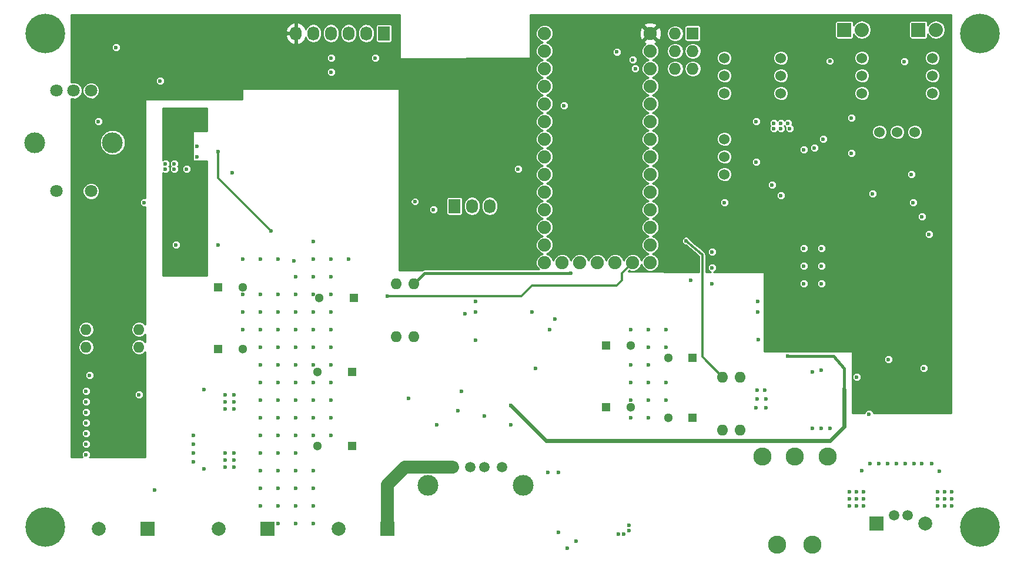
<source format=gbr>
G04 #@! TF.FileFunction,Copper,L3,Inr,Signal*
%FSLAX46Y46*%
G04 Gerber Fmt 4.6, Leading zero omitted, Abs format (unit mm)*
G04 Created by KiCad (PCBNEW (2015-06-14 BZR 5748)-product) date Saturday, August 01, 2015 'AMt' 10:31:55 AM*
%MOMM*%
G01*
G04 APERTURE LIST*
%ADD10C,0.100000*%
%ADD11R,2.032000X2.032000*%
%ADD12O,2.032000X2.032000*%
%ADD13R,2.000000X2.000000*%
%ADD14C,2.000000*%
%ADD15R,1.300000X1.300000*%
%ADD16C,1.300000*%
%ADD17C,1.501140*%
%ADD18C,2.999740*%
%ADD19R,1.727200X1.727200*%
%ADD20O,1.727200X1.727200*%
%ADD21R,1.727200X2.032000*%
%ADD22O,1.727200X2.032000*%
%ADD23C,1.800000*%
%ADD24C,3.000000*%
%ADD25C,1.524000*%
%ADD26C,2.612000*%
%ADD27O,1.600000X1.600000*%
%ADD28C,1.900000*%
%ADD29C,5.700000*%
%ADD30C,1.500000*%
%ADD31C,0.600000*%
%ADD32C,0.406400*%
%ADD33C,0.304800*%
%ADD34C,0.609600*%
%ADD35C,1.828800*%
%ADD36C,0.254000*%
G04 APERTURE END LIST*
D10*
D11*
X238506000Y-23368000D03*
D12*
X241046000Y-23368000D03*
D13*
X138120000Y-95250000D03*
D14*
X131120000Y-95250000D03*
D15*
X167640000Y-83312000D03*
D16*
X162640000Y-83312000D03*
D15*
X167894000Y-61976000D03*
D16*
X162894000Y-61976000D03*
D15*
X167640000Y-72644000D03*
D16*
X162640000Y-72644000D03*
X151836000Y-69342000D03*
D15*
X148336000Y-69342000D03*
D16*
X151836000Y-60452000D03*
D15*
X148336000Y-60452000D03*
D16*
X213162000Y-79248000D03*
D15*
X216662000Y-79248000D03*
D16*
X213162000Y-70612000D03*
D15*
X216662000Y-70612000D03*
D16*
X207716000Y-68834000D03*
D15*
X204216000Y-68834000D03*
D16*
X207716000Y-77724000D03*
D15*
X204216000Y-77724000D03*
D17*
X189230860Y-86357880D03*
X186690860Y-86357880D03*
X184658860Y-86357880D03*
X182118860Y-86357880D03*
D18*
X192278860Y-89024880D03*
X178562860Y-89024880D03*
D11*
X249174000Y-23368000D03*
D12*
X251714000Y-23368000D03*
D19*
X216662000Y-23876000D03*
D20*
X214122000Y-23876000D03*
X216662000Y-26416000D03*
X214122000Y-26416000D03*
X216662000Y-28956000D03*
X214122000Y-28956000D03*
D21*
X172212000Y-23876000D03*
D22*
X169672000Y-23876000D03*
X167132000Y-23876000D03*
X164592000Y-23876000D03*
X162052000Y-23876000D03*
X159512000Y-23876000D03*
D23*
X130008000Y-46624000D03*
X130008000Y-32124000D03*
X127508000Y-32124000D03*
X125008000Y-32124000D03*
X125008000Y-46624000D03*
D24*
X121908000Y-39624000D03*
X133108000Y-39624000D03*
D25*
X229362000Y-29972000D03*
X229362000Y-27432000D03*
X229362000Y-32512000D03*
X251206000Y-29972000D03*
X251206000Y-27432000D03*
X251206000Y-32512000D03*
X241046000Y-29972000D03*
X241046000Y-27432000D03*
X241046000Y-32512000D03*
X221234000Y-29972000D03*
X221234000Y-27432000D03*
X221234000Y-32512000D03*
X246126000Y-38100000D03*
X243586000Y-38100000D03*
X248666000Y-38100000D03*
X221234000Y-41656000D03*
X221234000Y-39116000D03*
X221234000Y-44196000D03*
D26*
X226694000Y-84836000D03*
X231394000Y-84836000D03*
X236094000Y-84836000D03*
X228854000Y-97536000D03*
X233934000Y-97536000D03*
D27*
X129286000Y-66548000D03*
X129286000Y-69088000D03*
X136906000Y-69088000D03*
X136906000Y-66548000D03*
X223520000Y-81026000D03*
X220980000Y-81026000D03*
X220980000Y-73406000D03*
X223520000Y-73406000D03*
D28*
X195326000Y-26416000D03*
X195326000Y-28956000D03*
X195326000Y-31496000D03*
X195326000Y-34036000D03*
X195326000Y-36576000D03*
X195326000Y-39116000D03*
X195326000Y-41656000D03*
X195326000Y-44196000D03*
X195326000Y-46736000D03*
X195326000Y-49276000D03*
X195326000Y-51816000D03*
X195326000Y-54356000D03*
X195326000Y-56896000D03*
X210566000Y-56896000D03*
X210566000Y-54356000D03*
X210566000Y-51816000D03*
X210566000Y-49276000D03*
X210566000Y-46736000D03*
X210566000Y-44196000D03*
X210566000Y-41656000D03*
X210566000Y-39116000D03*
X210566000Y-36576000D03*
X210566000Y-34036000D03*
X210566000Y-31496000D03*
X210566000Y-28956000D03*
X210566000Y-26416000D03*
X210566000Y-23876000D03*
X195326000Y-23876000D03*
X197866000Y-56896000D03*
X200406000Y-56896000D03*
X202946000Y-56896000D03*
X205486000Y-56896000D03*
X208026000Y-56896000D03*
D27*
X173990000Y-67564000D03*
X176530000Y-67564000D03*
X176530000Y-59944000D03*
X173990000Y-59944000D03*
D21*
X182372000Y-48768000D03*
D22*
X184912000Y-48768000D03*
X187452000Y-48768000D03*
D13*
X155392000Y-95250000D03*
D14*
X148392000Y-95250000D03*
D13*
X243134000Y-94488000D03*
D14*
X250134000Y-94488000D03*
D13*
X172664000Y-95250000D03*
D14*
X165664000Y-95250000D03*
D29*
X123396240Y-23876000D03*
X123444000Y-94996000D03*
X258064000Y-94996000D03*
X258064000Y-23876000D03*
D30*
X247634000Y-93304000D03*
X245634000Y-93304000D03*
D31*
X249936000Y-74676000D03*
X134366000Y-83058000D03*
X249682000Y-42164000D03*
X244602000Y-50292000D03*
X246634000Y-30988000D03*
X235966000Y-30988000D03*
X235458000Y-44196000D03*
X229362000Y-45720000D03*
X229362000Y-49784000D03*
X158496000Y-29464000D03*
X162306000Y-30734000D03*
X204216000Y-41656000D03*
X204216000Y-44196000D03*
X229870000Y-67818000D03*
X228854000Y-67818000D03*
X227838000Y-67818000D03*
X227838000Y-68834000D03*
X228854000Y-68834000D03*
X229870000Y-68834000D03*
X230886000Y-68834000D03*
X230886000Y-67818000D03*
X230886000Y-66802000D03*
X230886000Y-65786000D03*
X230886000Y-64770000D03*
X232156000Y-67818000D03*
X232156000Y-68834000D03*
X233172000Y-68834000D03*
X233172000Y-67818000D03*
X234188000Y-67818000D03*
X234188000Y-68834000D03*
X235204000Y-68834000D03*
X235204000Y-67818000D03*
X236220000Y-67818000D03*
X236220000Y-68834000D03*
X178435000Y-42672000D03*
X178308000Y-32512000D03*
X204724000Y-22606000D03*
X205994000Y-22606000D03*
X207264000Y-22606000D03*
X208788000Y-22606000D03*
X234188000Y-42672000D03*
X130556000Y-26416000D03*
X135636000Y-47752000D03*
X128016000Y-37592000D03*
X212852000Y-69088000D03*
X212852000Y-66548000D03*
X210312000Y-66548000D03*
X207772000Y-66548000D03*
X210312000Y-69088000D03*
X207772000Y-71628000D03*
X210312000Y-71628000D03*
X210312000Y-79248000D03*
X207772000Y-79248000D03*
X210312000Y-76708000D03*
X207772000Y-76708000D03*
X207772000Y-74168000D03*
X210312000Y-74168000D03*
X212852000Y-74168000D03*
X212852000Y-76708000D03*
X156972000Y-94488000D03*
X154432000Y-91948000D03*
X156972000Y-91948000D03*
X159512000Y-91948000D03*
X162052000Y-91948000D03*
X162052000Y-94488000D03*
X159512000Y-94488000D03*
X154432000Y-89408000D03*
X156972000Y-89408000D03*
X159512000Y-89408000D03*
X162052000Y-89408000D03*
X162052000Y-86868000D03*
X159512000Y-86868000D03*
X156972000Y-86868000D03*
X154432000Y-86868000D03*
X154432000Y-84328000D03*
X156972000Y-84328000D03*
X159512000Y-84328000D03*
X164592000Y-81788000D03*
X162052000Y-81788000D03*
X159512000Y-81788000D03*
X156972000Y-81788000D03*
X154432000Y-81788000D03*
X154432000Y-79248000D03*
X156972000Y-79248000D03*
X159512000Y-79248000D03*
X197358000Y-95758000D03*
X197358000Y-87122000D03*
X207518000Y-95504000D03*
X207518000Y-94742000D03*
X206756000Y-96012000D03*
X205994000Y-96012000D03*
X198628000Y-98044000D03*
X164592000Y-76708000D03*
X164592000Y-79248000D03*
X162052000Y-79248000D03*
X162052000Y-76708000D03*
X159512000Y-76708000D03*
X156972000Y-76708000D03*
X154432000Y-76708000D03*
X154432000Y-74168000D03*
X156972000Y-74168000D03*
X159512000Y-74168000D03*
X162052000Y-74168000D03*
X164592000Y-74168000D03*
X164592000Y-64008000D03*
X164592000Y-66548000D03*
X164592000Y-69088000D03*
X164592000Y-71628000D03*
X154432000Y-71628000D03*
X156972000Y-71628000D03*
X159512000Y-71628000D03*
X162052000Y-71628000D03*
X162052000Y-69088000D03*
X159512000Y-69088000D03*
X156972000Y-69088000D03*
X154432000Y-69088000D03*
X151892000Y-56388000D03*
X154432000Y-56388000D03*
X156972000Y-56388000D03*
X167132000Y-56388000D03*
X164592000Y-56388000D03*
X162052000Y-53848000D03*
X162052000Y-56388000D03*
X151892000Y-66548000D03*
X154432000Y-66548000D03*
X156972000Y-66548000D03*
X159512000Y-66548000D03*
X162052000Y-66548000D03*
X162052000Y-64008000D03*
X159512000Y-64008000D03*
X156972000Y-64008000D03*
X154432000Y-64008000D03*
X151892000Y-64008000D03*
X151892000Y-61468000D03*
X154432000Y-61468000D03*
X156972000Y-61468000D03*
X159512000Y-61468000D03*
X162052000Y-61468000D03*
X164592000Y-61468000D03*
X164592000Y-58928000D03*
X162052000Y-58928000D03*
X159512000Y-58928000D03*
X227203000Y-76581000D03*
X225933000Y-76581000D03*
X227203000Y-77851000D03*
X225806000Y-77851000D03*
X225933000Y-75311000D03*
X227076000Y-75311000D03*
X196088000Y-66548000D03*
X182880000Y-78232000D03*
X140716000Y-43434000D03*
X141986000Y-43434000D03*
X143764000Y-43434000D03*
X141986000Y-42672000D03*
X140716000Y-42672000D03*
X185420000Y-64008000D03*
X185420000Y-62484000D03*
X185420000Y-68072000D03*
X249682000Y-50292000D03*
X226123500Y-68008500D03*
X226060000Y-62484000D03*
X226060000Y-64008000D03*
X232664000Y-59944000D03*
X235204000Y-59944000D03*
X235204000Y-57404000D03*
X232664000Y-57404000D03*
X232664000Y-54864000D03*
X235204000Y-54864000D03*
X230378000Y-36830000D03*
X230632000Y-37592000D03*
X229362000Y-37592000D03*
X229362000Y-36830000D03*
X228346000Y-36830000D03*
X228346000Y-37592000D03*
X233934000Y-80772000D03*
X233934000Y-72644000D03*
X193548000Y-64008000D03*
X129286000Y-81534000D03*
X129286000Y-83058000D03*
X129286000Y-84582000D03*
X129286000Y-78486000D03*
X129286000Y-80010000D03*
X129286000Y-75438000D03*
X129286000Y-76962000D03*
X136906000Y-75946000D03*
X249936000Y-72136000D03*
X244856000Y-70866000D03*
X240284000Y-73406000D03*
X242062000Y-78740000D03*
X199898000Y-97028000D03*
X250698000Y-52832000D03*
X248158000Y-44196000D03*
X239522000Y-36068000D03*
X235458000Y-39116000D03*
X229362000Y-47244000D03*
X190500000Y-80264000D03*
X179832000Y-80264000D03*
X176657000Y-48133000D03*
X228092000Y-45720000D03*
X208026000Y-27686000D03*
X164592000Y-27432000D03*
X164592000Y-29464000D03*
X170942000Y-27432000D03*
X219456000Y-59944000D03*
X219456000Y-57658000D03*
X219456000Y-55372000D03*
X179324000Y-49276000D03*
X191516000Y-43434000D03*
X205740000Y-26568400D03*
X208381600Y-28956000D03*
X234188000Y-40386000D03*
X133604000Y-25908000D03*
X137668000Y-48260000D03*
X131064000Y-36576000D03*
X146304000Y-56642000D03*
X146304000Y-57404000D03*
X146304000Y-58166000D03*
X145542000Y-58166000D03*
X145542000Y-57404000D03*
X145542000Y-56642000D03*
X143256000Y-38100000D03*
X142240000Y-38100000D03*
X141224000Y-38100000D03*
X141224000Y-37084000D03*
X142240000Y-37084000D03*
X143256000Y-37084000D03*
X146304000Y-75184000D03*
X150622000Y-75946000D03*
X149352000Y-75946000D03*
X149352000Y-76962000D03*
X150622000Y-76962000D03*
X150622000Y-77978000D03*
X149352000Y-77978000D03*
X172720000Y-61722000D03*
X139192000Y-89662000D03*
X139954000Y-30734000D03*
X232664000Y-40640000D03*
X129794000Y-73152000D03*
X144780000Y-83058000D03*
X144780000Y-81788000D03*
X144780000Y-85598000D03*
X144780000Y-84328000D03*
X146304000Y-86614000D03*
X149352000Y-84328000D03*
X150622000Y-84328000D03*
X150622000Y-85344000D03*
X149352000Y-85344000D03*
X149352000Y-86360000D03*
X150622000Y-86360000D03*
X239268000Y-91948000D03*
X240284000Y-91948000D03*
X241300000Y-91948000D03*
X241300000Y-90932000D03*
X240284000Y-90932000D03*
X239268000Y-90932000D03*
X239268000Y-89916000D03*
X240284000Y-89916000D03*
X241300000Y-89916000D03*
X245999000Y-85852000D03*
X244729000Y-85852000D03*
X243459000Y-85852000D03*
X242189000Y-85852000D03*
X241046000Y-86868000D03*
X225806000Y-36576000D03*
X225806000Y-42418000D03*
X221234000Y-48260000D03*
X215709500Y-53784500D03*
X239522000Y-41148000D03*
X199136000Y-58420000D03*
X148336000Y-40894000D03*
X155956000Y-52324000D03*
X142240000Y-54356000D03*
X148336000Y-54356000D03*
X198120000Y-34290000D03*
X195834000Y-87122000D03*
X194056000Y-72136000D03*
X175768000Y-76454000D03*
X196850000Y-65024000D03*
X247142000Y-27940000D03*
X236423200Y-27889200D03*
X236474000Y-80772000D03*
X248412000Y-48260000D03*
X242570000Y-46990000D03*
X145288000Y-41656000D03*
X145288000Y-40132000D03*
X235204000Y-72390000D03*
X216408000Y-59436000D03*
X235204000Y-80772000D03*
X254000000Y-91948000D03*
X252984000Y-91948000D03*
X251968000Y-91948000D03*
X251968000Y-90932000D03*
X252984000Y-90932000D03*
X254000000Y-90932000D03*
X254000000Y-89916000D03*
X252984000Y-89916000D03*
X251968000Y-89916000D03*
X252222000Y-86995000D03*
X251079000Y-85852000D03*
X249682000Y-85852000D03*
X248539000Y-85852000D03*
X247269000Y-85852000D03*
X238506000Y-75184000D03*
X230378000Y-70358000D03*
X186690000Y-78994000D03*
X190500000Y-77470000D03*
X183896000Y-64262000D03*
X183388000Y-75438000D03*
X150368000Y-43942000D03*
X159258000Y-56642000D03*
D32*
X249682000Y-42164000D02*
X249682000Y-44704000D01*
X249682000Y-44704000D02*
X244602000Y-49784000D01*
X244602000Y-50292000D02*
X244602000Y-49784000D01*
X239522000Y-34544000D02*
X243078000Y-34544000D01*
X243078000Y-34544000D02*
X246634000Y-30988000D01*
X235966000Y-30988000D02*
X239522000Y-34544000D01*
X235458000Y-44196000D02*
X233934000Y-45720000D01*
X233934000Y-45720000D02*
X229362000Y-45720000D01*
X229362000Y-49784000D02*
X230378000Y-48768000D01*
X230378000Y-48768000D02*
X230378000Y-46736000D01*
X230378000Y-46736000D02*
X229362000Y-45720000D01*
X250698000Y-35052000D02*
X250698000Y-41148000D01*
X250698000Y-41148000D02*
X249682000Y-42164000D01*
X246634000Y-30988000D02*
X250698000Y-35052000D01*
D33*
X227838000Y-67818000D02*
X228854000Y-67818000D01*
X228854000Y-68834000D02*
X227838000Y-68834000D01*
X230886000Y-68834000D02*
X229870000Y-68834000D01*
X230886000Y-66802000D02*
X230886000Y-67818000D01*
X230886000Y-64770000D02*
X230886000Y-65786000D01*
X232156000Y-67818000D02*
X232156000Y-68834000D01*
X233172000Y-68834000D02*
X233172000Y-67818000D01*
X234188000Y-67818000D02*
X234188000Y-68834000D01*
X235204000Y-68834000D02*
X235204000Y-67818000D01*
X236220000Y-67818000D02*
X236220000Y-68834000D01*
X204724000Y-22606000D02*
X205994000Y-22606000D01*
X207264000Y-22606000D02*
X208788000Y-22606000D01*
X146304000Y-57404000D02*
X146304000Y-56642000D01*
X145542000Y-58166000D02*
X146304000Y-58166000D01*
X145542000Y-56642000D02*
X145542000Y-57404000D01*
X143256000Y-38100000D02*
X142240000Y-38100000D01*
X141224000Y-38100000D02*
X141224000Y-37084000D01*
X142240000Y-37084000D02*
X143256000Y-37084000D01*
X206502000Y-58420000D02*
X208026000Y-56896000D01*
X206502000Y-59436000D02*
X206502000Y-58420000D01*
X205740000Y-60198000D02*
X206502000Y-59436000D01*
X193548000Y-60198000D02*
X205740000Y-60198000D01*
X192024000Y-61722000D02*
X193548000Y-60198000D01*
X172720000Y-61722000D02*
X192024000Y-61722000D01*
X217926795Y-55632246D02*
X217995500Y-55689500D01*
X215709500Y-53784500D02*
X217926795Y-55632246D01*
X218059000Y-55764451D02*
X218059000Y-70485000D01*
X218059000Y-70485000D02*
X220980000Y-73406000D01*
X217926795Y-55632246D02*
X218059000Y-55764451D01*
D32*
X178054000Y-58420000D02*
X199136000Y-58420000D01*
X176530000Y-59944000D02*
X178054000Y-58420000D01*
D33*
X148336000Y-40894000D02*
X148336000Y-44704000D01*
X148336000Y-44704000D02*
X155956000Y-52324000D01*
D32*
X238506000Y-75184000D02*
X238506000Y-72136000D01*
X238506000Y-72136000D02*
X236982000Y-70358000D01*
X236982000Y-70358000D02*
X230378000Y-70358000D01*
D34*
X195580000Y-82550000D02*
X190500000Y-77470000D01*
X238506000Y-75184000D02*
X238506000Y-80518000D01*
X236474000Y-82550000D02*
X218694000Y-82550000D01*
X238506000Y-80518000D02*
X236474000Y-82550000D01*
X218694000Y-82550000D02*
X195580000Y-82550000D01*
D35*
X172664000Y-88956000D02*
X175262120Y-86357880D01*
X175262120Y-86357880D02*
X182118860Y-86357880D01*
X172664000Y-95250000D02*
X172664000Y-88956000D01*
D36*
G36*
X174498000Y-27432000D02*
X174498000Y-27432000D01*
X174498086Y-27432434D01*
X174498003Y-27432870D01*
X174502910Y-27456686D01*
X174507667Y-27480601D01*
X174507913Y-27480970D01*
X174508003Y-27481403D01*
X174521651Y-27501529D01*
X174535197Y-27521803D01*
X174535565Y-27522048D01*
X174535814Y-27522416D01*
X174556147Y-27535801D01*
X174576399Y-27549333D01*
X174576834Y-27549419D01*
X174577204Y-27549663D01*
X174601103Y-27554246D01*
X174625000Y-27559000D01*
X174625434Y-27558913D01*
X174625870Y-27558997D01*
X193167870Y-27431997D01*
X193191700Y-27427086D01*
X193215601Y-27422333D01*
X193215970Y-27422086D01*
X193216404Y-27421997D01*
X193236564Y-27408325D01*
X193256803Y-27394803D01*
X193257048Y-27394434D01*
X193257416Y-27394186D01*
X193270801Y-27373852D01*
X193284333Y-27353601D01*
X193284419Y-27353165D01*
X193284663Y-27352796D01*
X193289246Y-27328896D01*
X193294000Y-27305000D01*
X193294000Y-22279812D01*
X210818602Y-22279812D01*
X210188539Y-22304648D01*
X209721792Y-22497981D01*
X209629255Y-22759650D01*
X210566000Y-23696395D01*
X211323140Y-22939255D01*
X211682350Y-22939255D01*
X210745605Y-23876000D01*
X211682350Y-24812745D01*
X211944019Y-24720208D01*
X212162188Y-24128602D01*
X212137352Y-23498539D01*
X211944019Y-23031792D01*
X211682350Y-22939255D01*
X211323140Y-22939255D01*
X211502745Y-22759650D01*
X211476488Y-22685400D01*
X214098675Y-22685400D01*
X213643052Y-22776029D01*
X213256794Y-23034119D01*
X212998704Y-23420377D01*
X212908075Y-23876000D01*
X212998704Y-24331623D01*
X213256794Y-24717881D01*
X213643052Y-24975971D01*
X214098675Y-25066600D01*
X214145325Y-25066600D01*
X214600948Y-24975971D01*
X214987206Y-24717881D01*
X215245296Y-24331623D01*
X215335925Y-23876000D01*
X215245296Y-23420377D01*
X214987206Y-23034119D01*
X214600948Y-22776029D01*
X214145325Y-22685400D01*
X214098675Y-22685400D01*
X211476488Y-22685400D01*
X211474222Y-22678994D01*
X215798400Y-22678994D01*
X215673716Y-22703185D01*
X215564130Y-22775171D01*
X215490775Y-22883845D01*
X215464994Y-23012400D01*
X215464994Y-24739600D01*
X215489185Y-24864284D01*
X215561171Y-24973870D01*
X215669845Y-25047225D01*
X215798400Y-25073006D01*
X217525600Y-25073006D01*
X217650284Y-25048815D01*
X217759870Y-24976829D01*
X217833225Y-24868155D01*
X217859006Y-24739600D01*
X217859006Y-23012400D01*
X217834815Y-22887716D01*
X217762829Y-22778130D01*
X217654155Y-22704775D01*
X217525600Y-22678994D01*
X215798400Y-22678994D01*
X211474222Y-22678994D01*
X211410208Y-22497981D01*
X210818602Y-22279812D01*
X193294000Y-22279812D01*
X193294000Y-21998689D01*
X241046000Y-21998689D01*
X240532056Y-22100919D01*
X240096356Y-22392045D01*
X239855406Y-22752651D01*
X239855406Y-22352000D01*
X239831215Y-22227316D01*
X239759229Y-22117730D01*
X239650555Y-22044375D01*
X239522000Y-22018594D01*
X237490000Y-22018594D01*
X237365316Y-22042785D01*
X237255730Y-22114771D01*
X237182375Y-22223445D01*
X237156594Y-22352000D01*
X237156594Y-24384000D01*
X237180785Y-24508684D01*
X237252771Y-24618270D01*
X237361445Y-24691625D01*
X237490000Y-24717406D01*
X239522000Y-24717406D01*
X239646684Y-24693215D01*
X239756270Y-24621229D01*
X239829625Y-24512555D01*
X239855406Y-24384000D01*
X239855406Y-23983349D01*
X240096356Y-24343955D01*
X240532056Y-24635081D01*
X241046000Y-24737311D01*
X241559944Y-24635081D01*
X241995644Y-24343955D01*
X242286770Y-23908255D01*
X242389000Y-23394311D01*
X242389000Y-23341689D01*
X242286770Y-22827745D01*
X241995644Y-22392045D01*
X241559944Y-22100919D01*
X241046000Y-21998689D01*
X251714000Y-21998689D01*
X251200056Y-22100919D01*
X250764356Y-22392045D01*
X250523406Y-22752651D01*
X250523406Y-22352000D01*
X250499215Y-22227316D01*
X250427229Y-22117730D01*
X250318555Y-22044375D01*
X250190000Y-22018594D01*
X248158000Y-22018594D01*
X248033316Y-22042785D01*
X247923730Y-22114771D01*
X247850375Y-22223445D01*
X247824594Y-22352000D01*
X247824594Y-24384000D01*
X247848785Y-24508684D01*
X247920771Y-24618270D01*
X248029445Y-24691625D01*
X248158000Y-24717406D01*
X250190000Y-24717406D01*
X250314684Y-24693215D01*
X250424270Y-24621229D01*
X250497625Y-24512555D01*
X250523406Y-24384000D01*
X250523406Y-23983349D01*
X250764356Y-24343955D01*
X251200056Y-24635081D01*
X251714000Y-24737311D01*
X252227944Y-24635081D01*
X252663644Y-24343955D01*
X252954770Y-23908255D01*
X253057000Y-23394311D01*
X253057000Y-23341689D01*
X252954770Y-22827745D01*
X252663644Y-22392045D01*
X252227944Y-22100919D01*
X251714000Y-21998689D01*
X241046000Y-21998689D01*
X241046000Y-21998689D01*
X193294000Y-21998689D01*
X193294000Y-21209000D01*
X253873000Y-21209000D01*
X253873000Y-78613000D01*
X242687940Y-78613000D01*
X242593855Y-78385297D01*
X242417631Y-78208765D01*
X242187265Y-78113109D01*
X241937829Y-78112891D01*
X241707297Y-78208145D01*
X241530765Y-78384369D01*
X241435829Y-78613000D01*
X239649000Y-78613000D01*
X239649000Y-72778891D01*
X240159829Y-72778891D01*
X239929297Y-72874145D01*
X239752765Y-73050369D01*
X239657109Y-73280735D01*
X239656891Y-73530171D01*
X239752145Y-73760703D01*
X239928369Y-73937235D01*
X240158735Y-74032891D01*
X240408171Y-74033109D01*
X240638703Y-73937855D01*
X240815235Y-73761631D01*
X240910891Y-73531265D01*
X240911109Y-73281829D01*
X240815855Y-73051297D01*
X240639631Y-72874765D01*
X240409265Y-72779109D01*
X240159829Y-72778891D01*
X239649000Y-72778891D01*
X239649000Y-71508891D01*
X249811829Y-71508891D01*
X249581297Y-71604145D01*
X249404765Y-71780369D01*
X249309109Y-72010735D01*
X249308891Y-72260171D01*
X249404145Y-72490703D01*
X249580369Y-72667235D01*
X249810735Y-72762891D01*
X250060171Y-72763109D01*
X250290703Y-72667855D01*
X250467235Y-72491631D01*
X250562891Y-72261265D01*
X250563109Y-72011829D01*
X250467855Y-71781297D01*
X250291631Y-71604765D01*
X250061265Y-71509109D01*
X249811829Y-71508891D01*
X239649000Y-71508891D01*
X239649000Y-70238891D01*
X244731829Y-70238891D01*
X244501297Y-70334145D01*
X244324765Y-70510369D01*
X244229109Y-70740735D01*
X244228891Y-70990171D01*
X244324145Y-71220703D01*
X244500369Y-71397235D01*
X244730735Y-71492891D01*
X244980171Y-71493109D01*
X245210703Y-71397855D01*
X245387235Y-71221631D01*
X245482891Y-70991265D01*
X245483109Y-70741829D01*
X245387855Y-70511297D01*
X245211631Y-70334765D01*
X244981265Y-70239109D01*
X244731829Y-70238891D01*
X239649000Y-70238891D01*
X239649000Y-69850000D01*
X239639333Y-69801399D01*
X239611803Y-69760197D01*
X239570601Y-69732667D01*
X239522000Y-69723000D01*
X226949000Y-69723000D01*
X226949000Y-59316891D01*
X232539829Y-59316891D01*
X232309297Y-59412145D01*
X232132765Y-59588369D01*
X232037109Y-59818735D01*
X232036891Y-60068171D01*
X232132145Y-60298703D01*
X232308369Y-60475235D01*
X232538735Y-60570891D01*
X232788171Y-60571109D01*
X233018703Y-60475855D01*
X233195235Y-60299631D01*
X233290891Y-60069265D01*
X233291109Y-59819829D01*
X233195855Y-59589297D01*
X233019631Y-59412765D01*
X232789265Y-59317109D01*
X232539829Y-59316891D01*
X235079829Y-59316891D01*
X234849297Y-59412145D01*
X234672765Y-59588369D01*
X234577109Y-59818735D01*
X234576891Y-60068171D01*
X234672145Y-60298703D01*
X234848369Y-60475235D01*
X235078735Y-60570891D01*
X235328171Y-60571109D01*
X235558703Y-60475855D01*
X235735235Y-60299631D01*
X235830891Y-60069265D01*
X235831109Y-59819829D01*
X235735855Y-59589297D01*
X235559631Y-59412765D01*
X235329265Y-59317109D01*
X235079829Y-59316891D01*
X232539829Y-59316891D01*
X232539829Y-59316891D01*
X226949000Y-59316891D01*
X226949000Y-58420000D01*
X226944246Y-58396100D01*
X226939567Y-58371966D01*
X226939393Y-58371703D01*
X226939333Y-58371399D01*
X226925782Y-58351118D01*
X226912236Y-58330632D01*
X226911976Y-58330456D01*
X226911803Y-58330197D01*
X226891500Y-58316631D01*
X226871168Y-58302903D01*
X226870860Y-58302840D01*
X226870601Y-58302667D01*
X226846683Y-58297909D01*
X226822614Y-58293001D01*
X219644990Y-58258326D01*
X219810703Y-58189855D01*
X219987235Y-58013631D01*
X220082891Y-57783265D01*
X220083109Y-57533829D01*
X219987855Y-57303297D01*
X219811631Y-57126765D01*
X219581265Y-57031109D01*
X219331829Y-57030891D01*
X219101297Y-57126145D01*
X218924765Y-57302369D01*
X218829109Y-57532735D01*
X218828891Y-57782171D01*
X218924145Y-58012703D01*
X219100369Y-58189235D01*
X219262308Y-58256478D01*
X218538400Y-58252981D01*
X218538400Y-56776891D01*
X232539829Y-56776891D01*
X232309297Y-56872145D01*
X232132765Y-57048369D01*
X232037109Y-57278735D01*
X232036891Y-57528171D01*
X232132145Y-57758703D01*
X232308369Y-57935235D01*
X232538735Y-58030891D01*
X232788171Y-58031109D01*
X233018703Y-57935855D01*
X233195235Y-57759631D01*
X233290891Y-57529265D01*
X233291109Y-57279829D01*
X233195855Y-57049297D01*
X233019631Y-56872765D01*
X232789265Y-56777109D01*
X232539829Y-56776891D01*
X235079829Y-56776891D01*
X234849297Y-56872145D01*
X234672765Y-57048369D01*
X234577109Y-57278735D01*
X234576891Y-57528171D01*
X234672145Y-57758703D01*
X234848369Y-57935235D01*
X235078735Y-58030891D01*
X235328171Y-58031109D01*
X235558703Y-57935855D01*
X235735235Y-57759631D01*
X235830891Y-57529265D01*
X235831109Y-57279829D01*
X235735855Y-57049297D01*
X235559631Y-56872765D01*
X235329265Y-56777109D01*
X235079829Y-56776891D01*
X232539829Y-56776891D01*
X232539829Y-56776891D01*
X218538400Y-56776891D01*
X218538400Y-55764451D01*
X218531076Y-55727631D01*
X218501908Y-55580992D01*
X218397987Y-55425464D01*
X218338920Y-55366397D01*
X218302404Y-55321214D01*
X218233699Y-55263960D01*
X217610817Y-54744891D01*
X219331829Y-54744891D01*
X219101297Y-54840145D01*
X218924765Y-55016369D01*
X218829109Y-55246735D01*
X218828891Y-55496171D01*
X218924145Y-55726703D01*
X219100369Y-55903235D01*
X219330735Y-55998891D01*
X219580171Y-55999109D01*
X219810703Y-55903855D01*
X219987235Y-55727631D01*
X220082891Y-55497265D01*
X220083109Y-55247829D01*
X219987855Y-55017297D01*
X219811631Y-54840765D01*
X219581265Y-54745109D01*
X219331829Y-54744891D01*
X217610817Y-54744891D01*
X217001216Y-54236891D01*
X232539829Y-54236891D01*
X232309297Y-54332145D01*
X232132765Y-54508369D01*
X232037109Y-54738735D01*
X232036891Y-54988171D01*
X232132145Y-55218703D01*
X232308369Y-55395235D01*
X232538735Y-55490891D01*
X232788171Y-55491109D01*
X233018703Y-55395855D01*
X233195235Y-55219631D01*
X233290891Y-54989265D01*
X233291109Y-54739829D01*
X233195855Y-54509297D01*
X233019631Y-54332765D01*
X232789265Y-54237109D01*
X232539829Y-54236891D01*
X235079829Y-54236891D01*
X234849297Y-54332145D01*
X234672765Y-54508369D01*
X234577109Y-54738735D01*
X234576891Y-54988171D01*
X234672145Y-55218703D01*
X234848369Y-55395235D01*
X235078735Y-55490891D01*
X235328171Y-55491109D01*
X235558703Y-55395855D01*
X235735235Y-55219631D01*
X235830891Y-54989265D01*
X235831109Y-54739829D01*
X235735855Y-54509297D01*
X235559631Y-54332765D01*
X235329265Y-54237109D01*
X235079829Y-54236891D01*
X232539829Y-54236891D01*
X232539829Y-54236891D01*
X217001216Y-54236891D01*
X216336589Y-53683036D01*
X216336609Y-53660329D01*
X216241355Y-53429797D01*
X216065131Y-53253265D01*
X215834765Y-53157609D01*
X215585329Y-53157391D01*
X215354797Y-53252645D01*
X215178265Y-53428869D01*
X215082609Y-53659235D01*
X215082391Y-53908671D01*
X215177645Y-54139203D01*
X215353869Y-54315735D01*
X215584235Y-54411391D01*
X215713058Y-54411504D01*
X217579600Y-55966956D01*
X217579600Y-58248349D01*
X207400798Y-58199176D01*
X207528033Y-58071941D01*
X207770875Y-58172778D01*
X208278897Y-58173221D01*
X208748417Y-57979219D01*
X209107957Y-57620307D01*
X209296223Y-57166912D01*
X209482781Y-57618417D01*
X209841693Y-57977957D01*
X210310875Y-58172778D01*
X210818897Y-58173221D01*
X211288417Y-57979219D01*
X211647957Y-57620307D01*
X211842778Y-57151125D01*
X211843221Y-56643103D01*
X211649219Y-56173583D01*
X211290307Y-55814043D01*
X210836912Y-55625777D01*
X211288417Y-55439219D01*
X211647957Y-55080307D01*
X211842778Y-54611125D01*
X211843221Y-54103103D01*
X211649219Y-53633583D01*
X211290307Y-53274043D01*
X210836912Y-53085777D01*
X211288417Y-52899219D01*
X211647957Y-52540307D01*
X211787233Y-52204891D01*
X250573829Y-52204891D01*
X250343297Y-52300145D01*
X250166765Y-52476369D01*
X250071109Y-52706735D01*
X250070891Y-52956171D01*
X250166145Y-53186703D01*
X250342369Y-53363235D01*
X250572735Y-53458891D01*
X250822171Y-53459109D01*
X251052703Y-53363855D01*
X251229235Y-53187631D01*
X251324891Y-52957265D01*
X251325109Y-52707829D01*
X251229855Y-52477297D01*
X251053631Y-52300765D01*
X250823265Y-52205109D01*
X250573829Y-52204891D01*
X211787233Y-52204891D01*
X211842778Y-52071125D01*
X211843221Y-51563103D01*
X211649219Y-51093583D01*
X211290307Y-50734043D01*
X210836912Y-50545777D01*
X211288417Y-50359219D01*
X211647957Y-50000307D01*
X211787233Y-49664891D01*
X249557829Y-49664891D01*
X249327297Y-49760145D01*
X249150765Y-49936369D01*
X249055109Y-50166735D01*
X249054891Y-50416171D01*
X249150145Y-50646703D01*
X249326369Y-50823235D01*
X249556735Y-50918891D01*
X249806171Y-50919109D01*
X250036703Y-50823855D01*
X250213235Y-50647631D01*
X250308891Y-50417265D01*
X250309109Y-50167829D01*
X250213855Y-49937297D01*
X250037631Y-49760765D01*
X249807265Y-49665109D01*
X249557829Y-49664891D01*
X211787233Y-49664891D01*
X211842778Y-49531125D01*
X211843221Y-49023103D01*
X211649219Y-48553583D01*
X211290307Y-48194043D01*
X210836912Y-48005777D01*
X211288417Y-47819219D01*
X211475071Y-47632891D01*
X221109829Y-47632891D01*
X220879297Y-47728145D01*
X220702765Y-47904369D01*
X220607109Y-48134735D01*
X220606891Y-48384171D01*
X220702145Y-48614703D01*
X220878369Y-48791235D01*
X221108735Y-48886891D01*
X221358171Y-48887109D01*
X221588703Y-48791855D01*
X221765235Y-48615631D01*
X221860891Y-48385265D01*
X221861109Y-48135829D01*
X221765855Y-47905297D01*
X221589631Y-47728765D01*
X221359265Y-47633109D01*
X221109829Y-47632891D01*
X211475071Y-47632891D01*
X211647957Y-47460307D01*
X211842778Y-46991125D01*
X211843104Y-46616891D01*
X229237829Y-46616891D01*
X229007297Y-46712145D01*
X228830765Y-46888369D01*
X228735109Y-47118735D01*
X228734891Y-47368171D01*
X228830145Y-47598703D01*
X229006369Y-47775235D01*
X229236735Y-47870891D01*
X229486171Y-47871109D01*
X229716703Y-47775855D01*
X229859916Y-47632891D01*
X248287829Y-47632891D01*
X248057297Y-47728145D01*
X247880765Y-47904369D01*
X247785109Y-48134735D01*
X247784891Y-48384171D01*
X247880145Y-48614703D01*
X248056369Y-48791235D01*
X248286735Y-48886891D01*
X248536171Y-48887109D01*
X248766703Y-48791855D01*
X248943235Y-48615631D01*
X249038891Y-48385265D01*
X249039109Y-48135829D01*
X248943855Y-47905297D01*
X248767631Y-47728765D01*
X248537265Y-47633109D01*
X248287829Y-47632891D01*
X229859916Y-47632891D01*
X229893235Y-47599631D01*
X229988891Y-47369265D01*
X229989109Y-47119829D01*
X229893855Y-46889297D01*
X229717631Y-46712765D01*
X229487265Y-46617109D01*
X229237829Y-46616891D01*
X211843104Y-46616891D01*
X211843221Y-46483103D01*
X211793551Y-46362891D01*
X242445829Y-46362891D01*
X242215297Y-46458145D01*
X242038765Y-46634369D01*
X241943109Y-46864735D01*
X241942891Y-47114171D01*
X242038145Y-47344703D01*
X242214369Y-47521235D01*
X242444735Y-47616891D01*
X242694171Y-47617109D01*
X242924703Y-47521855D01*
X243101235Y-47345631D01*
X243196891Y-47115265D01*
X243197109Y-46865829D01*
X243101855Y-46635297D01*
X242925631Y-46458765D01*
X242695265Y-46363109D01*
X242445829Y-46362891D01*
X211793551Y-46362891D01*
X211649219Y-46013583D01*
X211290307Y-45654043D01*
X210836912Y-45465777D01*
X211288417Y-45279219D01*
X211647957Y-44920307D01*
X211842778Y-44451125D01*
X211843221Y-43943103D01*
X211649219Y-43473583D01*
X211290307Y-43114043D01*
X211272891Y-43106811D01*
X221018335Y-43106811D01*
X220617937Y-43272252D01*
X220311329Y-43578326D01*
X220145189Y-43978434D01*
X220144811Y-44411665D01*
X220310252Y-44812063D01*
X220616326Y-45118671D01*
X221016434Y-45284811D01*
X221449665Y-45285189D01*
X221850063Y-45119748D01*
X221876966Y-45092891D01*
X227967829Y-45092891D01*
X227737297Y-45188145D01*
X227560765Y-45364369D01*
X227465109Y-45594735D01*
X227464891Y-45844171D01*
X227560145Y-46074703D01*
X227736369Y-46251235D01*
X227966735Y-46346891D01*
X228216171Y-46347109D01*
X228446703Y-46251855D01*
X228623235Y-46075631D01*
X228718891Y-45845265D01*
X228719109Y-45595829D01*
X228623855Y-45365297D01*
X228447631Y-45188765D01*
X228217265Y-45093109D01*
X227967829Y-45092891D01*
X221876966Y-45092891D01*
X222156671Y-44813674D01*
X222322811Y-44413566D01*
X222323189Y-43980335D01*
X222157748Y-43579937D01*
X222146722Y-43568891D01*
X248033829Y-43568891D01*
X247803297Y-43664145D01*
X247626765Y-43840369D01*
X247531109Y-44070735D01*
X247530891Y-44320171D01*
X247626145Y-44550703D01*
X247802369Y-44727235D01*
X248032735Y-44822891D01*
X248282171Y-44823109D01*
X248512703Y-44727855D01*
X248689235Y-44551631D01*
X248784891Y-44321265D01*
X248785109Y-44071829D01*
X248689855Y-43841297D01*
X248513631Y-43664765D01*
X248283265Y-43569109D01*
X248033829Y-43568891D01*
X222146722Y-43568891D01*
X221851674Y-43273329D01*
X221451566Y-43107189D01*
X221018335Y-43106811D01*
X211272891Y-43106811D01*
X210836912Y-42925777D01*
X211288417Y-42739219D01*
X211647957Y-42380307D01*
X211842778Y-41911125D01*
X211843221Y-41403103D01*
X211649219Y-40933583D01*
X211290307Y-40574043D01*
X211272891Y-40566811D01*
X221018335Y-40566811D01*
X220617937Y-40732252D01*
X220311329Y-41038326D01*
X220145189Y-41438434D01*
X220144811Y-41871665D01*
X220310252Y-42272063D01*
X220616326Y-42578671D01*
X221016434Y-42744811D01*
X221449665Y-42745189D01*
X221850063Y-42579748D01*
X222156671Y-42273674D01*
X222322811Y-41873566D01*
X222322883Y-41790891D01*
X225681829Y-41790891D01*
X225451297Y-41886145D01*
X225274765Y-42062369D01*
X225179109Y-42292735D01*
X225178891Y-42542171D01*
X225274145Y-42772703D01*
X225450369Y-42949235D01*
X225680735Y-43044891D01*
X225930171Y-43045109D01*
X226160703Y-42949855D01*
X226337235Y-42773631D01*
X226432891Y-42543265D01*
X226433109Y-42293829D01*
X226337855Y-42063297D01*
X226161631Y-41886765D01*
X225931265Y-41791109D01*
X225681829Y-41790891D01*
X222322883Y-41790891D01*
X222323189Y-41440335D01*
X222157748Y-41039937D01*
X221851674Y-40733329D01*
X221451566Y-40567189D01*
X221018335Y-40566811D01*
X211272891Y-40566811D01*
X210836912Y-40385777D01*
X211288417Y-40199219D01*
X211647957Y-39840307D01*
X211842778Y-39371125D01*
X211843221Y-38863103D01*
X211649219Y-38393583D01*
X211290307Y-38034043D01*
X211272891Y-38026811D01*
X221018335Y-38026811D01*
X220617937Y-38192252D01*
X220311329Y-38498326D01*
X220145189Y-38898434D01*
X220144811Y-39331665D01*
X220310252Y-39732063D01*
X220616326Y-40038671D01*
X221016434Y-40204811D01*
X221449665Y-40205189D01*
X221850063Y-40039748D01*
X221876966Y-40012891D01*
X232539829Y-40012891D01*
X232309297Y-40108145D01*
X232132765Y-40284369D01*
X232037109Y-40514735D01*
X232036891Y-40764171D01*
X232132145Y-40994703D01*
X232308369Y-41171235D01*
X232538735Y-41266891D01*
X232788171Y-41267109D01*
X233018703Y-41171855D01*
X233195235Y-40995631D01*
X233290891Y-40765265D01*
X233291109Y-40515829D01*
X233195855Y-40285297D01*
X233019631Y-40108765D01*
X232789265Y-40013109D01*
X232539829Y-40012891D01*
X221876966Y-40012891D01*
X222131410Y-39758891D01*
X234063829Y-39758891D01*
X233833297Y-39854145D01*
X233656765Y-40030369D01*
X233561109Y-40260735D01*
X233560891Y-40510171D01*
X233656145Y-40740703D01*
X233832369Y-40917235D01*
X234062735Y-41012891D01*
X234312171Y-41013109D01*
X234542703Y-40917855D01*
X234719235Y-40741631D01*
X234810893Y-40520891D01*
X239397829Y-40520891D01*
X239167297Y-40616145D01*
X238990765Y-40792369D01*
X238895109Y-41022735D01*
X238894891Y-41272171D01*
X238990145Y-41502703D01*
X239166369Y-41679235D01*
X239396735Y-41774891D01*
X239646171Y-41775109D01*
X239876703Y-41679855D01*
X240053235Y-41503631D01*
X240148891Y-41273265D01*
X240149109Y-41023829D01*
X240053855Y-40793297D01*
X239877631Y-40616765D01*
X239647265Y-40521109D01*
X239397829Y-40520891D01*
X234810893Y-40520891D01*
X234814891Y-40511265D01*
X234815109Y-40261829D01*
X234719855Y-40031297D01*
X234543631Y-39854765D01*
X234313265Y-39759109D01*
X234063829Y-39758891D01*
X222131410Y-39758891D01*
X222156671Y-39733674D01*
X222322811Y-39333566D01*
X222323189Y-38900335D01*
X222157748Y-38499937D01*
X222146722Y-38488891D01*
X235333829Y-38488891D01*
X235103297Y-38584145D01*
X234926765Y-38760369D01*
X234831109Y-38990735D01*
X234830891Y-39240171D01*
X234926145Y-39470703D01*
X235102369Y-39647235D01*
X235332735Y-39742891D01*
X235582171Y-39743109D01*
X235812703Y-39647855D01*
X235989235Y-39471631D01*
X236084891Y-39241265D01*
X236085109Y-38991829D01*
X235989855Y-38761297D01*
X235813631Y-38584765D01*
X235583265Y-38489109D01*
X235333829Y-38488891D01*
X222146722Y-38488891D01*
X221851674Y-38193329D01*
X221451566Y-38027189D01*
X221018335Y-38026811D01*
X211272891Y-38026811D01*
X210836912Y-37845777D01*
X211288417Y-37659219D01*
X211647957Y-37300307D01*
X211842778Y-36831125D01*
X211843221Y-36323103D01*
X211688600Y-35948891D01*
X225681829Y-35948891D01*
X225451297Y-36044145D01*
X225274765Y-36220369D01*
X225179109Y-36450735D01*
X225178891Y-36700171D01*
X225274145Y-36930703D01*
X225450369Y-37107235D01*
X225680735Y-37202891D01*
X225930171Y-37203109D01*
X226160703Y-37107855D01*
X226337235Y-36931631D01*
X226432891Y-36701265D01*
X226433109Y-36451829D01*
X226337855Y-36221297D01*
X226319482Y-36202891D01*
X228221829Y-36202891D01*
X227991297Y-36298145D01*
X227814765Y-36474369D01*
X227719109Y-36704735D01*
X227718891Y-36954171D01*
X227814145Y-37184703D01*
X227840287Y-37210891D01*
X227814765Y-37236369D01*
X227719109Y-37466735D01*
X227718891Y-37716171D01*
X227814145Y-37946703D01*
X227990369Y-38123235D01*
X228220735Y-38218891D01*
X228470171Y-38219109D01*
X228700703Y-38123855D01*
X228854113Y-37970713D01*
X229006369Y-38123235D01*
X229236735Y-38218891D01*
X229486171Y-38219109D01*
X229716703Y-38123855D01*
X229893235Y-37947631D01*
X229988891Y-37717265D01*
X229989109Y-37467829D01*
X229893855Y-37237297D01*
X229867713Y-37211109D01*
X229870113Y-37208713D01*
X230022369Y-37361235D01*
X230045012Y-37370637D01*
X230005109Y-37466735D01*
X230004891Y-37716171D01*
X230100145Y-37946703D01*
X230276369Y-38123235D01*
X230506735Y-38218891D01*
X230756171Y-38219109D01*
X230986703Y-38123855D01*
X231163235Y-37947631D01*
X231258891Y-37717265D01*
X231259109Y-37467829D01*
X231163855Y-37237297D01*
X230987631Y-37060765D01*
X230964988Y-37051363D01*
X230981826Y-37010811D01*
X243370335Y-37010811D01*
X242969937Y-37176252D01*
X242663329Y-37482326D01*
X242497189Y-37882434D01*
X242496811Y-38315665D01*
X242662252Y-38716063D01*
X242968326Y-39022671D01*
X243368434Y-39188811D01*
X243801665Y-39189189D01*
X244202063Y-39023748D01*
X244508671Y-38717674D01*
X244674811Y-38317566D01*
X244675189Y-37884335D01*
X244509748Y-37483937D01*
X244203674Y-37177329D01*
X243803566Y-37011189D01*
X243370335Y-37010811D01*
X245910335Y-37010811D01*
X245509937Y-37176252D01*
X245203329Y-37482326D01*
X245037189Y-37882434D01*
X245036811Y-38315665D01*
X245202252Y-38716063D01*
X245508326Y-39022671D01*
X245908434Y-39188811D01*
X246341665Y-39189189D01*
X246742063Y-39023748D01*
X247048671Y-38717674D01*
X247214811Y-38317566D01*
X247215189Y-37884335D01*
X247049748Y-37483937D01*
X246743674Y-37177329D01*
X246343566Y-37011189D01*
X245910335Y-37010811D01*
X248450335Y-37010811D01*
X248049937Y-37176252D01*
X247743329Y-37482326D01*
X247577189Y-37882434D01*
X247576811Y-38315665D01*
X247742252Y-38716063D01*
X248048326Y-39022671D01*
X248448434Y-39188811D01*
X248881665Y-39189189D01*
X249282063Y-39023748D01*
X249588671Y-38717674D01*
X249754811Y-38317566D01*
X249755189Y-37884335D01*
X249589748Y-37483937D01*
X249283674Y-37177329D01*
X248883566Y-37011189D01*
X248450335Y-37010811D01*
X245910335Y-37010811D01*
X245910335Y-37010811D01*
X243370335Y-37010811D01*
X243370335Y-37010811D01*
X230981826Y-37010811D01*
X231004891Y-36955265D01*
X231005109Y-36705829D01*
X230909855Y-36475297D01*
X230733631Y-36298765D01*
X230503265Y-36203109D01*
X230253829Y-36202891D01*
X230023297Y-36298145D01*
X229869887Y-36451287D01*
X229717631Y-36298765D01*
X229487265Y-36203109D01*
X229237829Y-36202891D01*
X229007297Y-36298145D01*
X228853887Y-36451287D01*
X228701631Y-36298765D01*
X228471265Y-36203109D01*
X228221829Y-36202891D01*
X226319482Y-36202891D01*
X226161631Y-36044765D01*
X225931265Y-35949109D01*
X225681829Y-35948891D01*
X211688600Y-35948891D01*
X211649219Y-35853583D01*
X211290307Y-35494043D01*
X211162303Y-35440891D01*
X239397829Y-35440891D01*
X239167297Y-35536145D01*
X238990765Y-35712369D01*
X238895109Y-35942735D01*
X238894891Y-36192171D01*
X238990145Y-36422703D01*
X239166369Y-36599235D01*
X239396735Y-36694891D01*
X239646171Y-36695109D01*
X239876703Y-36599855D01*
X240053235Y-36423631D01*
X240148891Y-36193265D01*
X240149109Y-35943829D01*
X240053855Y-35713297D01*
X239877631Y-35536765D01*
X239647265Y-35441109D01*
X239397829Y-35440891D01*
X211162303Y-35440891D01*
X210836912Y-35305777D01*
X211288417Y-35119219D01*
X211647957Y-34760307D01*
X211842778Y-34291125D01*
X211843221Y-33783103D01*
X211649219Y-33313583D01*
X211290307Y-32954043D01*
X210836912Y-32765777D01*
X211288417Y-32579219D01*
X211647957Y-32220307D01*
X211842778Y-31751125D01*
X211843064Y-31422811D01*
X221018335Y-31422811D01*
X220617937Y-31588252D01*
X220311329Y-31894326D01*
X220145189Y-32294434D01*
X220144811Y-32727665D01*
X220310252Y-33128063D01*
X220616326Y-33434671D01*
X221016434Y-33600811D01*
X221449665Y-33601189D01*
X221850063Y-33435748D01*
X222156671Y-33129674D01*
X222322811Y-32729566D01*
X222323189Y-32296335D01*
X222157748Y-31895937D01*
X221851674Y-31589329D01*
X221451566Y-31423189D01*
X221018335Y-31422811D01*
X229146335Y-31422811D01*
X228745937Y-31588252D01*
X228439329Y-31894326D01*
X228273189Y-32294434D01*
X228272811Y-32727665D01*
X228438252Y-33128063D01*
X228744326Y-33434671D01*
X229144434Y-33600811D01*
X229577665Y-33601189D01*
X229978063Y-33435748D01*
X230284671Y-33129674D01*
X230450811Y-32729566D01*
X230451189Y-32296335D01*
X230285748Y-31895937D01*
X229979674Y-31589329D01*
X229579566Y-31423189D01*
X229146335Y-31422811D01*
X240830335Y-31422811D01*
X240429937Y-31588252D01*
X240123329Y-31894326D01*
X239957189Y-32294434D01*
X239956811Y-32727665D01*
X240122252Y-33128063D01*
X240428326Y-33434671D01*
X240828434Y-33600811D01*
X241261665Y-33601189D01*
X241662063Y-33435748D01*
X241968671Y-33129674D01*
X242134811Y-32729566D01*
X242135189Y-32296335D01*
X241969748Y-31895937D01*
X241663674Y-31589329D01*
X241263566Y-31423189D01*
X240830335Y-31422811D01*
X250990335Y-31422811D01*
X250589937Y-31588252D01*
X250283329Y-31894326D01*
X250117189Y-32294434D01*
X250116811Y-32727665D01*
X250282252Y-33128063D01*
X250588326Y-33434671D01*
X250988434Y-33600811D01*
X251421665Y-33601189D01*
X251822063Y-33435748D01*
X252128671Y-33129674D01*
X252294811Y-32729566D01*
X252295189Y-32296335D01*
X252129748Y-31895937D01*
X251823674Y-31589329D01*
X251423566Y-31423189D01*
X250990335Y-31422811D01*
X240830335Y-31422811D01*
X240830335Y-31422811D01*
X229146335Y-31422811D01*
X229146335Y-31422811D01*
X221018335Y-31422811D01*
X221018335Y-31422811D01*
X211843064Y-31422811D01*
X211843221Y-31243103D01*
X211649219Y-30773583D01*
X211290307Y-30414043D01*
X210836912Y-30225777D01*
X211288417Y-30039219D01*
X211647957Y-29680307D01*
X211842778Y-29211125D01*
X211843221Y-28703103D01*
X211649219Y-28233583D01*
X211290307Y-27874043D01*
X211028666Y-27765400D01*
X214098675Y-27765400D01*
X213643052Y-27856029D01*
X213256794Y-28114119D01*
X212998704Y-28500377D01*
X212908075Y-28956000D01*
X212998704Y-29411623D01*
X213256794Y-29797881D01*
X213643052Y-30055971D01*
X214098675Y-30146600D01*
X214145325Y-30146600D01*
X214600948Y-30055971D01*
X214987206Y-29797881D01*
X215245296Y-29411623D01*
X215335925Y-28956000D01*
X215245296Y-28500377D01*
X214987206Y-28114119D01*
X214600948Y-27856029D01*
X214145325Y-27765400D01*
X216638675Y-27765400D01*
X216183052Y-27856029D01*
X215796794Y-28114119D01*
X215538704Y-28500377D01*
X215448075Y-28956000D01*
X215538704Y-29411623D01*
X215796794Y-29797881D01*
X216183052Y-30055971D01*
X216638675Y-30146600D01*
X216685325Y-30146600D01*
X217140948Y-30055971D01*
X217527206Y-29797881D01*
X217785296Y-29411623D01*
X217875925Y-28956000D01*
X217861367Y-28882811D01*
X221018335Y-28882811D01*
X220617937Y-29048252D01*
X220311329Y-29354326D01*
X220145189Y-29754434D01*
X220144811Y-30187665D01*
X220310252Y-30588063D01*
X220616326Y-30894671D01*
X221016434Y-31060811D01*
X221449665Y-31061189D01*
X221850063Y-30895748D01*
X222156671Y-30589674D01*
X222322811Y-30189566D01*
X222323189Y-29756335D01*
X222157748Y-29355937D01*
X221851674Y-29049329D01*
X221451566Y-28883189D01*
X221018335Y-28882811D01*
X229146335Y-28882811D01*
X228745937Y-29048252D01*
X228439329Y-29354326D01*
X228273189Y-29754434D01*
X228272811Y-30187665D01*
X228438252Y-30588063D01*
X228744326Y-30894671D01*
X229144434Y-31060811D01*
X229577665Y-31061189D01*
X229978063Y-30895748D01*
X230284671Y-30589674D01*
X230450811Y-30189566D01*
X230451189Y-29756335D01*
X230285748Y-29355937D01*
X229979674Y-29049329D01*
X229579566Y-28883189D01*
X229146335Y-28882811D01*
X240830335Y-28882811D01*
X240429937Y-29048252D01*
X240123329Y-29354326D01*
X239957189Y-29754434D01*
X239956811Y-30187665D01*
X240122252Y-30588063D01*
X240428326Y-30894671D01*
X240828434Y-31060811D01*
X241261665Y-31061189D01*
X241662063Y-30895748D01*
X241968671Y-30589674D01*
X242134811Y-30189566D01*
X242135189Y-29756335D01*
X241969748Y-29355937D01*
X241663674Y-29049329D01*
X241263566Y-28883189D01*
X240830335Y-28882811D01*
X250990335Y-28882811D01*
X250589937Y-29048252D01*
X250283329Y-29354326D01*
X250117189Y-29754434D01*
X250116811Y-30187665D01*
X250282252Y-30588063D01*
X250588326Y-30894671D01*
X250988434Y-31060811D01*
X251421665Y-31061189D01*
X251822063Y-30895748D01*
X252128671Y-30589674D01*
X252294811Y-30189566D01*
X252295189Y-29756335D01*
X252129748Y-29355937D01*
X251823674Y-29049329D01*
X251423566Y-28883189D01*
X250990335Y-28882811D01*
X240830335Y-28882811D01*
X240830335Y-28882811D01*
X229146335Y-28882811D01*
X229146335Y-28882811D01*
X221018335Y-28882811D01*
X221018335Y-28882811D01*
X217861367Y-28882811D01*
X217785296Y-28500377D01*
X217527206Y-28114119D01*
X217140948Y-27856029D01*
X216685325Y-27765400D01*
X216638675Y-27765400D01*
X214145325Y-27765400D01*
X214145325Y-27765400D01*
X214098675Y-27765400D01*
X211028666Y-27765400D01*
X210836912Y-27685777D01*
X211288417Y-27499219D01*
X211647957Y-27140307D01*
X211842778Y-26671125D01*
X211843221Y-26163103D01*
X211649219Y-25693583D01*
X211290307Y-25334043D01*
X211253705Y-25318845D01*
X211410208Y-25254019D01*
X211420328Y-25225400D01*
X214098675Y-25225400D01*
X213643052Y-25316029D01*
X213256794Y-25574119D01*
X212998704Y-25960377D01*
X212908075Y-26416000D01*
X212998704Y-26871623D01*
X213256794Y-27257881D01*
X213643052Y-27515971D01*
X214098675Y-27606600D01*
X214145325Y-27606600D01*
X214600948Y-27515971D01*
X214987206Y-27257881D01*
X215245296Y-26871623D01*
X215335925Y-26416000D01*
X215245296Y-25960377D01*
X214987206Y-25574119D01*
X214600948Y-25316029D01*
X214145325Y-25225400D01*
X216638675Y-25225400D01*
X216183052Y-25316029D01*
X215796794Y-25574119D01*
X215538704Y-25960377D01*
X215448075Y-26416000D01*
X215538704Y-26871623D01*
X215796794Y-27257881D01*
X216183052Y-27515971D01*
X216638675Y-27606600D01*
X216685325Y-27606600D01*
X217140948Y-27515971D01*
X217527206Y-27257881D01*
X217785296Y-26871623D01*
X217875925Y-26416000D01*
X217861367Y-26342811D01*
X221018335Y-26342811D01*
X220617937Y-26508252D01*
X220311329Y-26814326D01*
X220145189Y-27214434D01*
X220144811Y-27647665D01*
X220310252Y-28048063D01*
X220616326Y-28354671D01*
X221016434Y-28520811D01*
X221449665Y-28521189D01*
X221850063Y-28355748D01*
X222156671Y-28049674D01*
X222322811Y-27649566D01*
X222323189Y-27216335D01*
X222157748Y-26815937D01*
X221851674Y-26509329D01*
X221451566Y-26343189D01*
X221018335Y-26342811D01*
X229146335Y-26342811D01*
X228745937Y-26508252D01*
X228439329Y-26814326D01*
X228273189Y-27214434D01*
X228272811Y-27647665D01*
X228438252Y-28048063D01*
X228744326Y-28354671D01*
X229144434Y-28520811D01*
X229577665Y-28521189D01*
X229978063Y-28355748D01*
X230284671Y-28049674D01*
X230450811Y-27649566D01*
X230451149Y-27262091D01*
X236299029Y-27262091D01*
X236068497Y-27357345D01*
X235891965Y-27533569D01*
X235796309Y-27763935D01*
X235796091Y-28013371D01*
X235891345Y-28243903D01*
X236067569Y-28420435D01*
X236297935Y-28516091D01*
X236547371Y-28516309D01*
X236777903Y-28421055D01*
X236954435Y-28244831D01*
X237050091Y-28014465D01*
X237050309Y-27765029D01*
X236955055Y-27534497D01*
X236778831Y-27357965D01*
X236548465Y-27262309D01*
X236299029Y-27262091D01*
X230451149Y-27262091D01*
X230451189Y-27216335D01*
X230285748Y-26815937D01*
X229979674Y-26509329D01*
X229579566Y-26343189D01*
X229146335Y-26342811D01*
X240830335Y-26342811D01*
X240429937Y-26508252D01*
X240123329Y-26814326D01*
X239957189Y-27214434D01*
X239956811Y-27647665D01*
X240122252Y-28048063D01*
X240428326Y-28354671D01*
X240828434Y-28520811D01*
X241261665Y-28521189D01*
X241662063Y-28355748D01*
X241968671Y-28049674D01*
X242134811Y-27649566D01*
X242135104Y-27312891D01*
X247017829Y-27312891D01*
X246787297Y-27408145D01*
X246610765Y-27584369D01*
X246515109Y-27814735D01*
X246514891Y-28064171D01*
X246610145Y-28294703D01*
X246786369Y-28471235D01*
X247016735Y-28566891D01*
X247266171Y-28567109D01*
X247496703Y-28471855D01*
X247673235Y-28295631D01*
X247768891Y-28065265D01*
X247769109Y-27815829D01*
X247673855Y-27585297D01*
X247497631Y-27408765D01*
X247267265Y-27313109D01*
X247017829Y-27312891D01*
X242135104Y-27312891D01*
X242135189Y-27216335D01*
X241969748Y-26815937D01*
X241663674Y-26509329D01*
X241263566Y-26343189D01*
X240830335Y-26342811D01*
X250990335Y-26342811D01*
X250589937Y-26508252D01*
X250283329Y-26814326D01*
X250117189Y-27214434D01*
X250116811Y-27647665D01*
X250282252Y-28048063D01*
X250588326Y-28354671D01*
X250988434Y-28520811D01*
X251421665Y-28521189D01*
X251822063Y-28355748D01*
X252128671Y-28049674D01*
X252294811Y-27649566D01*
X252295189Y-27216335D01*
X252129748Y-26815937D01*
X251823674Y-26509329D01*
X251423566Y-26343189D01*
X250990335Y-26342811D01*
X240830335Y-26342811D01*
X240830335Y-26342811D01*
X229146335Y-26342811D01*
X229146335Y-26342811D01*
X221018335Y-26342811D01*
X221018335Y-26342811D01*
X217861367Y-26342811D01*
X217785296Y-25960377D01*
X217527206Y-25574119D01*
X217140948Y-25316029D01*
X216685325Y-25225400D01*
X216638675Y-25225400D01*
X214145325Y-25225400D01*
X214145325Y-25225400D01*
X214098675Y-25225400D01*
X211420328Y-25225400D01*
X211502745Y-24992350D01*
X210566000Y-24055605D01*
X209629255Y-24992350D01*
X209721792Y-25254019D01*
X209886870Y-25314895D01*
X209843583Y-25332781D01*
X209484043Y-25691693D01*
X209289222Y-26160875D01*
X209288779Y-26668897D01*
X209482781Y-27138417D01*
X209841693Y-27497957D01*
X210295088Y-27686223D01*
X209843583Y-27872781D01*
X209484043Y-28231693D01*
X209289222Y-28700875D01*
X209288779Y-29208897D01*
X209482781Y-29678417D01*
X209841693Y-30037957D01*
X210295088Y-30226223D01*
X209843583Y-30412781D01*
X209484043Y-30771693D01*
X209289222Y-31240875D01*
X209288779Y-31748897D01*
X209482781Y-32218417D01*
X209841693Y-32577957D01*
X210295088Y-32766223D01*
X209843583Y-32952781D01*
X209484043Y-33311693D01*
X209289222Y-33780875D01*
X209288779Y-34288897D01*
X209482781Y-34758417D01*
X209841693Y-35117957D01*
X210295088Y-35306223D01*
X209843583Y-35492781D01*
X209484043Y-35851693D01*
X209289222Y-36320875D01*
X209288779Y-36828897D01*
X209482781Y-37298417D01*
X209841693Y-37657957D01*
X210295088Y-37846223D01*
X209843583Y-38032781D01*
X209484043Y-38391693D01*
X209289222Y-38860875D01*
X209288779Y-39368897D01*
X209482781Y-39838417D01*
X209841693Y-40197957D01*
X210295088Y-40386223D01*
X209843583Y-40572781D01*
X209484043Y-40931693D01*
X209289222Y-41400875D01*
X209288779Y-41908897D01*
X209482781Y-42378417D01*
X209841693Y-42737957D01*
X210295088Y-42926223D01*
X209843583Y-43112781D01*
X209484043Y-43471693D01*
X209289222Y-43940875D01*
X209288779Y-44448897D01*
X209482781Y-44918417D01*
X209841693Y-45277957D01*
X210295088Y-45466223D01*
X209843583Y-45652781D01*
X209484043Y-46011693D01*
X209289222Y-46480875D01*
X209288779Y-46988897D01*
X209482781Y-47458417D01*
X209841693Y-47817957D01*
X210295088Y-48006223D01*
X209843583Y-48192781D01*
X209484043Y-48551693D01*
X209289222Y-49020875D01*
X209288779Y-49528897D01*
X209482781Y-49998417D01*
X209841693Y-50357957D01*
X210295088Y-50546223D01*
X209843583Y-50732781D01*
X209484043Y-51091693D01*
X209289222Y-51560875D01*
X209288779Y-52068897D01*
X209482781Y-52538417D01*
X209841693Y-52897957D01*
X210295088Y-53086223D01*
X209843583Y-53272781D01*
X209484043Y-53631693D01*
X209289222Y-54100875D01*
X209288779Y-54608897D01*
X209482781Y-55078417D01*
X209841693Y-55437957D01*
X210295088Y-55626223D01*
X209843583Y-55812781D01*
X209484043Y-56171693D01*
X209295777Y-56625088D01*
X209109219Y-56173583D01*
X208750307Y-55814043D01*
X208281125Y-55619222D01*
X207773103Y-55618779D01*
X207303583Y-55812781D01*
X206944043Y-56171693D01*
X206755777Y-56625088D01*
X206569219Y-56173583D01*
X206210307Y-55814043D01*
X205741125Y-55619222D01*
X205233103Y-55618779D01*
X204763583Y-55812781D01*
X204404043Y-56171693D01*
X204215777Y-56625088D01*
X204029219Y-56173583D01*
X203670307Y-55814043D01*
X203201125Y-55619222D01*
X202693103Y-55618779D01*
X202223583Y-55812781D01*
X201864043Y-56171693D01*
X201675777Y-56625088D01*
X201489219Y-56173583D01*
X201130307Y-55814043D01*
X200661125Y-55619222D01*
X200153103Y-55618779D01*
X199683583Y-55812781D01*
X199324043Y-56171693D01*
X199135777Y-56625088D01*
X198949219Y-56173583D01*
X198590307Y-55814043D01*
X198121125Y-55619222D01*
X197613103Y-55618779D01*
X197143583Y-55812781D01*
X196784043Y-56171693D01*
X196595777Y-56625088D01*
X196409219Y-56173583D01*
X196050307Y-55814043D01*
X195596912Y-55625777D01*
X196048417Y-55439219D01*
X196407957Y-55080307D01*
X196602778Y-54611125D01*
X196603221Y-54103103D01*
X196409219Y-53633583D01*
X196050307Y-53274043D01*
X195596912Y-53085777D01*
X196048417Y-52899219D01*
X196407957Y-52540307D01*
X196602778Y-52071125D01*
X196603221Y-51563103D01*
X196409219Y-51093583D01*
X196050307Y-50734043D01*
X195596912Y-50545777D01*
X196048417Y-50359219D01*
X196407957Y-50000307D01*
X196602778Y-49531125D01*
X196603221Y-49023103D01*
X196409219Y-48553583D01*
X196050307Y-48194043D01*
X195596912Y-48005777D01*
X196048417Y-47819219D01*
X196407957Y-47460307D01*
X196602778Y-46991125D01*
X196603221Y-46483103D01*
X196409219Y-46013583D01*
X196050307Y-45654043D01*
X195596912Y-45465777D01*
X196048417Y-45279219D01*
X196407957Y-44920307D01*
X196602778Y-44451125D01*
X196603221Y-43943103D01*
X196409219Y-43473583D01*
X196050307Y-43114043D01*
X195596912Y-42925777D01*
X196048417Y-42739219D01*
X196407957Y-42380307D01*
X196602778Y-41911125D01*
X196603221Y-41403103D01*
X196409219Y-40933583D01*
X196050307Y-40574043D01*
X195596912Y-40385777D01*
X196048417Y-40199219D01*
X196407957Y-39840307D01*
X196602778Y-39371125D01*
X196603221Y-38863103D01*
X196409219Y-38393583D01*
X196050307Y-38034043D01*
X195596912Y-37845777D01*
X196048417Y-37659219D01*
X196407957Y-37300307D01*
X196602778Y-36831125D01*
X196603221Y-36323103D01*
X196409219Y-35853583D01*
X196050307Y-35494043D01*
X195596912Y-35305777D01*
X196048417Y-35119219D01*
X196407957Y-34760307D01*
X196602778Y-34291125D01*
X196603221Y-33783103D01*
X196553551Y-33662891D01*
X197995829Y-33662891D01*
X197765297Y-33758145D01*
X197588765Y-33934369D01*
X197493109Y-34164735D01*
X197492891Y-34414171D01*
X197588145Y-34644703D01*
X197764369Y-34821235D01*
X197994735Y-34916891D01*
X198244171Y-34917109D01*
X198474703Y-34821855D01*
X198651235Y-34645631D01*
X198746891Y-34415265D01*
X198747109Y-34165829D01*
X198651855Y-33935297D01*
X198475631Y-33758765D01*
X198245265Y-33663109D01*
X197995829Y-33662891D01*
X196553551Y-33662891D01*
X196409219Y-33313583D01*
X196050307Y-32954043D01*
X195596912Y-32765777D01*
X196048417Y-32579219D01*
X196407957Y-32220307D01*
X196602778Y-31751125D01*
X196603221Y-31243103D01*
X196409219Y-30773583D01*
X196050307Y-30414043D01*
X195596912Y-30225777D01*
X196048417Y-30039219D01*
X196407957Y-29680307D01*
X196602778Y-29211125D01*
X196603221Y-28703103D01*
X196448600Y-28328891D01*
X208257429Y-28328891D01*
X208026897Y-28424145D01*
X207850365Y-28600369D01*
X207754709Y-28830735D01*
X207754491Y-29080171D01*
X207849745Y-29310703D01*
X208025969Y-29487235D01*
X208256335Y-29582891D01*
X208505771Y-29583109D01*
X208736303Y-29487855D01*
X208912835Y-29311631D01*
X209008491Y-29081265D01*
X209008709Y-28831829D01*
X208913455Y-28601297D01*
X208737231Y-28424765D01*
X208506865Y-28329109D01*
X208257429Y-28328891D01*
X196448600Y-28328891D01*
X196409219Y-28233583D01*
X196050307Y-27874043D01*
X195596912Y-27685777D01*
X196048417Y-27499219D01*
X196407957Y-27140307D01*
X196602778Y-26671125D01*
X196603221Y-26163103D01*
X196511571Y-25941291D01*
X205615829Y-25941291D01*
X205385297Y-26036545D01*
X205208765Y-26212769D01*
X205113109Y-26443135D01*
X205112891Y-26692571D01*
X205208145Y-26923103D01*
X205384369Y-27099635D01*
X205614735Y-27195291D01*
X205864171Y-27195509D01*
X206094703Y-27100255D01*
X206136139Y-27058891D01*
X207901829Y-27058891D01*
X207671297Y-27154145D01*
X207494765Y-27330369D01*
X207399109Y-27560735D01*
X207398891Y-27810171D01*
X207494145Y-28040703D01*
X207670369Y-28217235D01*
X207900735Y-28312891D01*
X208150171Y-28313109D01*
X208380703Y-28217855D01*
X208557235Y-28041631D01*
X208652891Y-27811265D01*
X208653109Y-27561829D01*
X208557855Y-27331297D01*
X208381631Y-27154765D01*
X208151265Y-27059109D01*
X207901829Y-27058891D01*
X206136139Y-27058891D01*
X206271235Y-26924031D01*
X206366891Y-26693665D01*
X206367109Y-26444229D01*
X206271855Y-26213697D01*
X206095631Y-26037165D01*
X205865265Y-25941509D01*
X205615829Y-25941291D01*
X196511571Y-25941291D01*
X196409219Y-25693583D01*
X196050307Y-25334043D01*
X195596912Y-25145777D01*
X196048417Y-24959219D01*
X196407957Y-24600307D01*
X196602778Y-24131125D01*
X196603221Y-23623103D01*
X196409219Y-23153583D01*
X196195266Y-22939255D01*
X209449650Y-22939255D01*
X209187981Y-23031792D01*
X208969812Y-23623398D01*
X208994648Y-24253461D01*
X209187981Y-24720208D01*
X209449650Y-24812745D01*
X210386395Y-23876000D01*
X209449650Y-22939255D01*
X196195266Y-22939255D01*
X196050307Y-22794043D01*
X195581125Y-22599222D01*
X195073103Y-22598779D01*
X194603583Y-22792781D01*
X194244043Y-23151693D01*
X194049222Y-23620875D01*
X194048779Y-24128897D01*
X194242781Y-24598417D01*
X194601693Y-24957957D01*
X195055088Y-25146223D01*
X194603583Y-25332781D01*
X194244043Y-25691693D01*
X194049222Y-26160875D01*
X194048779Y-26668897D01*
X194242781Y-27138417D01*
X194601693Y-27497957D01*
X195055088Y-27686223D01*
X194603583Y-27872781D01*
X194244043Y-28231693D01*
X194049222Y-28700875D01*
X194048779Y-29208897D01*
X194242781Y-29678417D01*
X194601693Y-30037957D01*
X195055088Y-30226223D01*
X194603583Y-30412781D01*
X194244043Y-30771693D01*
X194049222Y-31240875D01*
X194048779Y-31748897D01*
X194242781Y-32218417D01*
X194601693Y-32577957D01*
X195055088Y-32766223D01*
X194603583Y-32952781D01*
X194244043Y-33311693D01*
X194049222Y-33780875D01*
X194048779Y-34288897D01*
X194242781Y-34758417D01*
X194601693Y-35117957D01*
X195055088Y-35306223D01*
X194603583Y-35492781D01*
X194244043Y-35851693D01*
X194049222Y-36320875D01*
X194048779Y-36828897D01*
X194242781Y-37298417D01*
X194601693Y-37657957D01*
X195055088Y-37846223D01*
X194603583Y-38032781D01*
X194244043Y-38391693D01*
X194049222Y-38860875D01*
X194048779Y-39368897D01*
X194242781Y-39838417D01*
X194601693Y-40197957D01*
X195055088Y-40386223D01*
X194603583Y-40572781D01*
X194244043Y-40931693D01*
X194049222Y-41400875D01*
X194048779Y-41908897D01*
X194242781Y-42378417D01*
X194601693Y-42737957D01*
X195055088Y-42926223D01*
X194603583Y-43112781D01*
X194244043Y-43471693D01*
X194049222Y-43940875D01*
X194048779Y-44448897D01*
X194242781Y-44918417D01*
X194601693Y-45277957D01*
X195055088Y-45466223D01*
X194603583Y-45652781D01*
X194244043Y-46011693D01*
X194049222Y-46480875D01*
X194048779Y-46988897D01*
X194242781Y-47458417D01*
X194601693Y-47817957D01*
X195055088Y-48006223D01*
X194603583Y-48192781D01*
X194244043Y-48551693D01*
X194049222Y-49020875D01*
X194048779Y-49528897D01*
X194242781Y-49998417D01*
X194601693Y-50357957D01*
X195055088Y-50546223D01*
X194603583Y-50732781D01*
X194244043Y-51091693D01*
X194049222Y-51560875D01*
X194048779Y-52068897D01*
X194242781Y-52538417D01*
X194601693Y-52897957D01*
X195055088Y-53086223D01*
X194603583Y-53272781D01*
X194244043Y-53631693D01*
X194049222Y-54100875D01*
X194048779Y-54608897D01*
X194242781Y-55078417D01*
X194601693Y-55437957D01*
X195055088Y-55626223D01*
X194603583Y-55812781D01*
X194244043Y-56171693D01*
X194049222Y-56640875D01*
X194048779Y-57148897D01*
X194242781Y-57618417D01*
X194513690Y-57889800D01*
X178054000Y-57889800D01*
X177851101Y-57930159D01*
X177679092Y-58045092D01*
X177668642Y-58055542D01*
X174371000Y-58039611D01*
X174371000Y-47505891D01*
X176532829Y-47505891D01*
X176302297Y-47601145D01*
X176125765Y-47777369D01*
X176030109Y-48007735D01*
X176029891Y-48257171D01*
X176125145Y-48487703D01*
X176301369Y-48664235D01*
X176531735Y-48759891D01*
X176781171Y-48760109D01*
X177011703Y-48664855D01*
X177027694Y-48648891D01*
X179199829Y-48648891D01*
X178969297Y-48744145D01*
X178792765Y-48920369D01*
X178697109Y-49150735D01*
X178696891Y-49400171D01*
X178792145Y-49630703D01*
X178968369Y-49807235D01*
X179198735Y-49902891D01*
X179448171Y-49903109D01*
X179678703Y-49807855D01*
X179855235Y-49631631D01*
X179950891Y-49401265D01*
X179951109Y-49151829D01*
X179855855Y-48921297D01*
X179679631Y-48744765D01*
X179449265Y-48649109D01*
X179199829Y-48648891D01*
X177027694Y-48648891D01*
X177188235Y-48488631D01*
X177283891Y-48258265D01*
X177284109Y-48008829D01*
X177188855Y-47778297D01*
X177012631Y-47601765D01*
X176782265Y-47506109D01*
X176532829Y-47505891D01*
X174371000Y-47505891D01*
X174371000Y-47418594D01*
X181508400Y-47418594D01*
X181383716Y-47442785D01*
X181274130Y-47514771D01*
X181200775Y-47623445D01*
X181174994Y-47752000D01*
X181174994Y-49784000D01*
X181199185Y-49908684D01*
X181271171Y-50018270D01*
X181379845Y-50091625D01*
X181508400Y-50117406D01*
X183235600Y-50117406D01*
X183360284Y-50093215D01*
X183469870Y-50021229D01*
X183543225Y-49912555D01*
X183569006Y-49784000D01*
X183569006Y-47752000D01*
X183544815Y-47627316D01*
X183472829Y-47517730D01*
X183364155Y-47444375D01*
X183235600Y-47418594D01*
X181508400Y-47418594D01*
X174371000Y-47418594D01*
X174371000Y-47398689D01*
X184912000Y-47398689D01*
X184456377Y-47489318D01*
X184070119Y-47747408D01*
X183812029Y-48133666D01*
X183721400Y-48589289D01*
X183721400Y-48946711D01*
X183812029Y-49402334D01*
X184070119Y-49788592D01*
X184456377Y-50046682D01*
X184912000Y-50137311D01*
X185367623Y-50046682D01*
X185753881Y-49788592D01*
X186011971Y-49402334D01*
X186102600Y-48946711D01*
X186102600Y-48589289D01*
X186011971Y-48133666D01*
X185753881Y-47747408D01*
X185367623Y-47489318D01*
X184912000Y-47398689D01*
X187452000Y-47398689D01*
X186996377Y-47489318D01*
X186610119Y-47747408D01*
X186352029Y-48133666D01*
X186261400Y-48589289D01*
X186261400Y-48946711D01*
X186352029Y-49402334D01*
X186610119Y-49788592D01*
X186996377Y-50046682D01*
X187452000Y-50137311D01*
X187907623Y-50046682D01*
X188293881Y-49788592D01*
X188551971Y-49402334D01*
X188642600Y-48946711D01*
X188642600Y-48589289D01*
X188551971Y-48133666D01*
X188293881Y-47747408D01*
X187907623Y-47489318D01*
X187452000Y-47398689D01*
X184912000Y-47398689D01*
X184912000Y-47398689D01*
X174371000Y-47398689D01*
X174371000Y-42806891D01*
X191391829Y-42806891D01*
X191161297Y-42902145D01*
X190984765Y-43078369D01*
X190889109Y-43308735D01*
X190888891Y-43558171D01*
X190984145Y-43788703D01*
X191160369Y-43965235D01*
X191390735Y-44060891D01*
X191640171Y-44061109D01*
X191870703Y-43965855D01*
X192047235Y-43789631D01*
X192142891Y-43559265D01*
X192143109Y-43309829D01*
X192047855Y-43079297D01*
X191871631Y-42902765D01*
X191641265Y-42807109D01*
X191391829Y-42806891D01*
X174371000Y-42806891D01*
X174371000Y-32004000D01*
X174361333Y-31955399D01*
X174333803Y-31914197D01*
X174292601Y-31886667D01*
X174244000Y-31877000D01*
X151892000Y-31877000D01*
X151843399Y-31886667D01*
X151802197Y-31914197D01*
X151774667Y-31955399D01*
X151765000Y-32004000D01*
X151765000Y-33401000D01*
X137922000Y-33401000D01*
X137873399Y-33410667D01*
X137832197Y-33438197D01*
X137804667Y-33479399D01*
X137795000Y-33528000D01*
X137795000Y-47633829D01*
X137793265Y-47633109D01*
X137543829Y-47632891D01*
X137313297Y-47728145D01*
X137136765Y-47904369D01*
X137041109Y-48134735D01*
X137040891Y-48384171D01*
X137136145Y-48614703D01*
X137312369Y-48791235D01*
X137542735Y-48886891D01*
X137792171Y-48887109D01*
X137795000Y-48885940D01*
X137795000Y-65855871D01*
X137724988Y-65751091D01*
X137359363Y-65506788D01*
X136928079Y-65421000D01*
X136883921Y-65421000D01*
X136452637Y-65506788D01*
X136087012Y-65751091D01*
X135842709Y-66116716D01*
X135756921Y-66548000D01*
X135842709Y-66979284D01*
X136087012Y-67344909D01*
X136452637Y-67589212D01*
X136883921Y-67675000D01*
X136928079Y-67675000D01*
X137359363Y-67589212D01*
X137724988Y-67344909D01*
X137795000Y-67240129D01*
X137795000Y-68395871D01*
X137724988Y-68291091D01*
X137359363Y-68046788D01*
X136928079Y-67961000D01*
X136883921Y-67961000D01*
X136452637Y-68046788D01*
X136087012Y-68291091D01*
X135842709Y-68656716D01*
X135756921Y-69088000D01*
X135842709Y-69519284D01*
X136087012Y-69884909D01*
X136452637Y-70129212D01*
X136883921Y-70215000D01*
X136928079Y-70215000D01*
X137359363Y-70129212D01*
X137724988Y-69884909D01*
X137795000Y-69780129D01*
X137795000Y-84963000D01*
X129791822Y-84963000D01*
X129817235Y-84937631D01*
X129912891Y-84707265D01*
X129913109Y-84457829D01*
X129817855Y-84227297D01*
X129641631Y-84050765D01*
X129411265Y-83955109D01*
X129161829Y-83954891D01*
X128931297Y-84050145D01*
X128754765Y-84226369D01*
X128659109Y-84456735D01*
X128658891Y-84706171D01*
X128754145Y-84936703D01*
X128780396Y-84963000D01*
X127127000Y-84963000D01*
X127127000Y-82430891D01*
X129161829Y-82430891D01*
X128931297Y-82526145D01*
X128754765Y-82702369D01*
X128659109Y-82932735D01*
X128658891Y-83182171D01*
X128754145Y-83412703D01*
X128930369Y-83589235D01*
X129160735Y-83684891D01*
X129410171Y-83685109D01*
X129640703Y-83589855D01*
X129817235Y-83413631D01*
X129912891Y-83183265D01*
X129913109Y-82933829D01*
X129817855Y-82703297D01*
X129641631Y-82526765D01*
X129411265Y-82431109D01*
X129161829Y-82430891D01*
X127127000Y-82430891D01*
X127127000Y-80906891D01*
X129161829Y-80906891D01*
X128931297Y-81002145D01*
X128754765Y-81178369D01*
X128659109Y-81408735D01*
X128658891Y-81658171D01*
X128754145Y-81888703D01*
X128930369Y-82065235D01*
X129160735Y-82160891D01*
X129410171Y-82161109D01*
X129640703Y-82065855D01*
X129817235Y-81889631D01*
X129912891Y-81659265D01*
X129913109Y-81409829D01*
X129817855Y-81179297D01*
X129641631Y-81002765D01*
X129411265Y-80907109D01*
X129161829Y-80906891D01*
X127127000Y-80906891D01*
X127127000Y-79382891D01*
X129161829Y-79382891D01*
X128931297Y-79478145D01*
X128754765Y-79654369D01*
X128659109Y-79884735D01*
X128658891Y-80134171D01*
X128754145Y-80364703D01*
X128930369Y-80541235D01*
X129160735Y-80636891D01*
X129410171Y-80637109D01*
X129640703Y-80541855D01*
X129817235Y-80365631D01*
X129912891Y-80135265D01*
X129913109Y-79885829D01*
X129817855Y-79655297D01*
X129641631Y-79478765D01*
X129411265Y-79383109D01*
X129161829Y-79382891D01*
X127127000Y-79382891D01*
X127127000Y-77858891D01*
X129161829Y-77858891D01*
X128931297Y-77954145D01*
X128754765Y-78130369D01*
X128659109Y-78360735D01*
X128658891Y-78610171D01*
X128754145Y-78840703D01*
X128930369Y-79017235D01*
X129160735Y-79112891D01*
X129410171Y-79113109D01*
X129640703Y-79017855D01*
X129817235Y-78841631D01*
X129912891Y-78611265D01*
X129913109Y-78361829D01*
X129817855Y-78131297D01*
X129641631Y-77954765D01*
X129411265Y-77859109D01*
X129161829Y-77858891D01*
X127127000Y-77858891D01*
X127127000Y-76334891D01*
X129161829Y-76334891D01*
X128931297Y-76430145D01*
X128754765Y-76606369D01*
X128659109Y-76836735D01*
X128658891Y-77086171D01*
X128754145Y-77316703D01*
X128930369Y-77493235D01*
X129160735Y-77588891D01*
X129410171Y-77589109D01*
X129640703Y-77493855D01*
X129817235Y-77317631D01*
X129912891Y-77087265D01*
X129913109Y-76837829D01*
X129817855Y-76607297D01*
X129641631Y-76430765D01*
X129411265Y-76335109D01*
X129161829Y-76334891D01*
X127127000Y-76334891D01*
X127127000Y-74810891D01*
X129161829Y-74810891D01*
X128931297Y-74906145D01*
X128754765Y-75082369D01*
X128659109Y-75312735D01*
X128658891Y-75562171D01*
X128754145Y-75792703D01*
X128930369Y-75969235D01*
X129160735Y-76064891D01*
X129410171Y-76065109D01*
X129640703Y-75969855D01*
X129817235Y-75793631D01*
X129912891Y-75563265D01*
X129913104Y-75318891D01*
X136781829Y-75318891D01*
X136551297Y-75414145D01*
X136374765Y-75590369D01*
X136279109Y-75820735D01*
X136278891Y-76070171D01*
X136374145Y-76300703D01*
X136550369Y-76477235D01*
X136780735Y-76572891D01*
X137030171Y-76573109D01*
X137260703Y-76477855D01*
X137437235Y-76301631D01*
X137532891Y-76071265D01*
X137533109Y-75821829D01*
X137437855Y-75591297D01*
X137261631Y-75414765D01*
X137031265Y-75319109D01*
X136781829Y-75318891D01*
X129913104Y-75318891D01*
X129913109Y-75313829D01*
X129817855Y-75083297D01*
X129641631Y-74906765D01*
X129411265Y-74811109D01*
X129161829Y-74810891D01*
X127127000Y-74810891D01*
X127127000Y-72524891D01*
X129669829Y-72524891D01*
X129439297Y-72620145D01*
X129262765Y-72796369D01*
X129167109Y-73026735D01*
X129166891Y-73276171D01*
X129262145Y-73506703D01*
X129438369Y-73683235D01*
X129668735Y-73778891D01*
X129918171Y-73779109D01*
X130148703Y-73683855D01*
X130325235Y-73507631D01*
X130420891Y-73277265D01*
X130421109Y-73027829D01*
X130325855Y-72797297D01*
X130149631Y-72620765D01*
X129919265Y-72525109D01*
X129669829Y-72524891D01*
X127127000Y-72524891D01*
X127127000Y-67961000D01*
X129263921Y-67961000D01*
X128832637Y-68046788D01*
X128467012Y-68291091D01*
X128222709Y-68656716D01*
X128136921Y-69088000D01*
X128222709Y-69519284D01*
X128467012Y-69884909D01*
X128832637Y-70129212D01*
X129263921Y-70215000D01*
X129308079Y-70215000D01*
X129739363Y-70129212D01*
X130104988Y-69884909D01*
X130349291Y-69519284D01*
X130435079Y-69088000D01*
X130349291Y-68656716D01*
X130104988Y-68291091D01*
X129739363Y-68046788D01*
X129308079Y-67961000D01*
X129263921Y-67961000D01*
X127127000Y-67961000D01*
X127127000Y-65421000D01*
X129263921Y-65421000D01*
X128832637Y-65506788D01*
X128467012Y-65751091D01*
X128222709Y-66116716D01*
X128136921Y-66548000D01*
X128222709Y-66979284D01*
X128467012Y-67344909D01*
X128832637Y-67589212D01*
X129263921Y-67675000D01*
X129308079Y-67675000D01*
X129739363Y-67589212D01*
X130104988Y-67344909D01*
X130349291Y-66979284D01*
X130435079Y-66548000D01*
X130349291Y-66116716D01*
X130104988Y-65751091D01*
X129739363Y-65506788D01*
X129308079Y-65421000D01*
X129263921Y-65421000D01*
X127127000Y-65421000D01*
X127127000Y-45396788D01*
X129765005Y-45396788D01*
X129313869Y-45583194D01*
X128968407Y-45928053D01*
X128781214Y-46378864D01*
X128780788Y-46866995D01*
X128967194Y-47318131D01*
X129312053Y-47663593D01*
X129762864Y-47850786D01*
X130250995Y-47851212D01*
X130702131Y-47664806D01*
X131047593Y-47319947D01*
X131234786Y-46869136D01*
X131235212Y-46381005D01*
X131048806Y-45929869D01*
X130703947Y-45584407D01*
X130253136Y-45397214D01*
X129765005Y-45396788D01*
X127127000Y-45396788D01*
X127127000Y-37796684D01*
X132746182Y-37796684D01*
X132074440Y-38074242D01*
X131560048Y-38587736D01*
X131281318Y-39258993D01*
X131280684Y-39985818D01*
X131558242Y-40657560D01*
X132071736Y-41171952D01*
X132742993Y-41450682D01*
X133469818Y-41451316D01*
X134141560Y-41173758D01*
X134655952Y-40660264D01*
X134934682Y-39989007D01*
X134935316Y-39262182D01*
X134657758Y-38590440D01*
X134144264Y-38076048D01*
X133473007Y-37797318D01*
X132746182Y-37796684D01*
X127127000Y-37796684D01*
X127127000Y-35948891D01*
X130939829Y-35948891D01*
X130709297Y-36044145D01*
X130532765Y-36220369D01*
X130437109Y-36450735D01*
X130436891Y-36700171D01*
X130532145Y-36930703D01*
X130708369Y-37107235D01*
X130938735Y-37202891D01*
X131188171Y-37203109D01*
X131418703Y-37107855D01*
X131595235Y-36931631D01*
X131690891Y-36701265D01*
X131691109Y-36451829D01*
X131595855Y-36221297D01*
X131419631Y-36044765D01*
X131189265Y-35949109D01*
X130939829Y-35948891D01*
X127127000Y-35948891D01*
X127127000Y-33294370D01*
X127262864Y-33350786D01*
X127750995Y-33351212D01*
X128202131Y-33164806D01*
X128547593Y-32819947D01*
X128734786Y-32369136D01*
X128735212Y-31881005D01*
X128548806Y-31429869D01*
X128203947Y-31084407D01*
X127753136Y-30897214D01*
X127265005Y-30896788D01*
X129765005Y-30896788D01*
X129313869Y-31083194D01*
X128968407Y-31428053D01*
X128781214Y-31878864D01*
X128780788Y-32366995D01*
X128967194Y-32818131D01*
X129312053Y-33163593D01*
X129762864Y-33350786D01*
X130250995Y-33351212D01*
X130702131Y-33164806D01*
X131047593Y-32819947D01*
X131234786Y-32369136D01*
X131235212Y-31881005D01*
X131048806Y-31429869D01*
X130703947Y-31084407D01*
X130253136Y-30897214D01*
X129765005Y-30896788D01*
X127265005Y-30896788D01*
X127265005Y-30896788D01*
X127127000Y-30953811D01*
X127127000Y-30106891D01*
X139829829Y-30106891D01*
X139599297Y-30202145D01*
X139422765Y-30378369D01*
X139327109Y-30608735D01*
X139326891Y-30858171D01*
X139422145Y-31088703D01*
X139598369Y-31265235D01*
X139828735Y-31360891D01*
X140078171Y-31361109D01*
X140308703Y-31265855D01*
X140485235Y-31089631D01*
X140580891Y-30859265D01*
X140581109Y-30609829D01*
X140485855Y-30379297D01*
X140309631Y-30202765D01*
X140079265Y-30107109D01*
X139829829Y-30106891D01*
X127127000Y-30106891D01*
X127127000Y-28836891D01*
X164467829Y-28836891D01*
X164237297Y-28932145D01*
X164060765Y-29108369D01*
X163965109Y-29338735D01*
X163964891Y-29588171D01*
X164060145Y-29818703D01*
X164236369Y-29995235D01*
X164466735Y-30090891D01*
X164716171Y-30091109D01*
X164946703Y-29995855D01*
X165123235Y-29819631D01*
X165218891Y-29589265D01*
X165219109Y-29339829D01*
X165123855Y-29109297D01*
X164947631Y-28932765D01*
X164717265Y-28837109D01*
X164467829Y-28836891D01*
X127127000Y-28836891D01*
X127127000Y-26804891D01*
X164467829Y-26804891D01*
X164237297Y-26900145D01*
X164060765Y-27076369D01*
X163965109Y-27306735D01*
X163964891Y-27556171D01*
X164060145Y-27786703D01*
X164236369Y-27963235D01*
X164466735Y-28058891D01*
X164716171Y-28059109D01*
X164946703Y-27963855D01*
X165123235Y-27787631D01*
X165218891Y-27557265D01*
X165219109Y-27307829D01*
X165123855Y-27077297D01*
X164947631Y-26900765D01*
X164717265Y-26805109D01*
X164467829Y-26804891D01*
X170817829Y-26804891D01*
X170587297Y-26900145D01*
X170410765Y-27076369D01*
X170315109Y-27306735D01*
X170314891Y-27556171D01*
X170410145Y-27786703D01*
X170586369Y-27963235D01*
X170816735Y-28058891D01*
X171066171Y-28059109D01*
X171296703Y-27963855D01*
X171473235Y-27787631D01*
X171568891Y-27557265D01*
X171569109Y-27307829D01*
X171473855Y-27077297D01*
X171297631Y-26900765D01*
X171067265Y-26805109D01*
X170817829Y-26804891D01*
X164467829Y-26804891D01*
X164467829Y-26804891D01*
X127127000Y-26804891D01*
X127127000Y-25280891D01*
X133479829Y-25280891D01*
X133249297Y-25376145D01*
X133072765Y-25552369D01*
X132977109Y-25782735D01*
X132976891Y-26032171D01*
X133072145Y-26262703D01*
X133248369Y-26439235D01*
X133478735Y-26534891D01*
X133728171Y-26535109D01*
X133958703Y-26439855D01*
X134135235Y-26263631D01*
X134230891Y-26033265D01*
X134231109Y-25783829D01*
X134135855Y-25553297D01*
X133959631Y-25376765D01*
X133729265Y-25281109D01*
X133479829Y-25280891D01*
X127127000Y-25280891D01*
X127127000Y-24003000D01*
X158171076Y-24003000D01*
X158026816Y-24237913D01*
X158220046Y-24790320D01*
X158609964Y-25226732D01*
X159137209Y-25480709D01*
X159152974Y-25483358D01*
X159385000Y-25362217D01*
X159385000Y-24003000D01*
X158171076Y-24003000D01*
X127127000Y-24003000D01*
X127127000Y-22268642D01*
X159152974Y-22268642D01*
X159137209Y-22271291D01*
X158609964Y-22525268D01*
X158220046Y-22961680D01*
X158026816Y-23514087D01*
X158171076Y-23749000D01*
X159385000Y-23749000D01*
X159385000Y-22389783D01*
X159152974Y-22268642D01*
X159871026Y-22268642D01*
X159639000Y-22389783D01*
X159639000Y-23749000D01*
X159659000Y-23749000D01*
X159659000Y-24003000D01*
X159639000Y-24003000D01*
X159639000Y-25362217D01*
X159871026Y-25483358D01*
X159886791Y-25480709D01*
X160414036Y-25226732D01*
X160803954Y-24790320D01*
X160933854Y-24418961D01*
X160952029Y-24510334D01*
X161210119Y-24896592D01*
X161596377Y-25154682D01*
X162052000Y-25245311D01*
X162507623Y-25154682D01*
X162893881Y-24896592D01*
X163151971Y-24510334D01*
X163242600Y-24054711D01*
X163242600Y-23697289D01*
X163151971Y-23241666D01*
X162893881Y-22855408D01*
X162507623Y-22597318D01*
X162052000Y-22506689D01*
X164592000Y-22506689D01*
X164136377Y-22597318D01*
X163750119Y-22855408D01*
X163492029Y-23241666D01*
X163401400Y-23697289D01*
X163401400Y-24054711D01*
X163492029Y-24510334D01*
X163750119Y-24896592D01*
X164136377Y-25154682D01*
X164592000Y-25245311D01*
X165047623Y-25154682D01*
X165433881Y-24896592D01*
X165691971Y-24510334D01*
X165782600Y-24054711D01*
X165782600Y-23697289D01*
X165691971Y-23241666D01*
X165433881Y-22855408D01*
X165047623Y-22597318D01*
X164592000Y-22506689D01*
X167132000Y-22506689D01*
X166676377Y-22597318D01*
X166290119Y-22855408D01*
X166032029Y-23241666D01*
X165941400Y-23697289D01*
X165941400Y-24054711D01*
X166032029Y-24510334D01*
X166290119Y-24896592D01*
X166676377Y-25154682D01*
X167132000Y-25245311D01*
X167587623Y-25154682D01*
X167973881Y-24896592D01*
X168231971Y-24510334D01*
X168322600Y-24054711D01*
X168322600Y-23697289D01*
X168231971Y-23241666D01*
X167973881Y-22855408D01*
X167587623Y-22597318D01*
X167132000Y-22506689D01*
X169672000Y-22506689D01*
X169216377Y-22597318D01*
X168830119Y-22855408D01*
X168572029Y-23241666D01*
X168481400Y-23697289D01*
X168481400Y-24054711D01*
X168572029Y-24510334D01*
X168830119Y-24896592D01*
X169216377Y-25154682D01*
X169672000Y-25245311D01*
X170127623Y-25154682D01*
X170513881Y-24896592D01*
X170771971Y-24510334D01*
X170862600Y-24054711D01*
X170862600Y-23697289D01*
X170771971Y-23241666D01*
X170513881Y-22855408D01*
X170127623Y-22597318D01*
X169772070Y-22526594D01*
X171348400Y-22526594D01*
X171223716Y-22550785D01*
X171114130Y-22622771D01*
X171040775Y-22731445D01*
X171014994Y-22860000D01*
X171014994Y-24892000D01*
X171039185Y-25016684D01*
X171111171Y-25126270D01*
X171219845Y-25199625D01*
X171348400Y-25225406D01*
X173075600Y-25225406D01*
X173200284Y-25201215D01*
X173309870Y-25129229D01*
X173383225Y-25020555D01*
X173409006Y-24892000D01*
X173409006Y-22860000D01*
X173384815Y-22735316D01*
X173312829Y-22625730D01*
X173204155Y-22552375D01*
X173075600Y-22526594D01*
X171348400Y-22526594D01*
X169772070Y-22526594D01*
X169672000Y-22506689D01*
X167132000Y-22506689D01*
X167132000Y-22506689D01*
X164592000Y-22506689D01*
X164592000Y-22506689D01*
X162052000Y-22506689D01*
X162052000Y-22506689D01*
X161596377Y-22597318D01*
X161210119Y-22855408D01*
X160952029Y-23241666D01*
X160933854Y-23333039D01*
X160803954Y-22961680D01*
X160414036Y-22525268D01*
X159886791Y-22271291D01*
X159871026Y-22268642D01*
X159152974Y-22268642D01*
X159152974Y-22268642D01*
X127127000Y-22268642D01*
X127127000Y-21209000D01*
X174498000Y-21209000D01*
X174498000Y-27432000D01*
X174498000Y-27432000D01*
G37*
X174498000Y-27432000D02*
X174498000Y-27432000D01*
X174498086Y-27432434D01*
X174498003Y-27432870D01*
X174502910Y-27456686D01*
X174507667Y-27480601D01*
X174507913Y-27480970D01*
X174508003Y-27481403D01*
X174521651Y-27501529D01*
X174535197Y-27521803D01*
X174535565Y-27522048D01*
X174535814Y-27522416D01*
X174556147Y-27535801D01*
X174576399Y-27549333D01*
X174576834Y-27549419D01*
X174577204Y-27549663D01*
X174601103Y-27554246D01*
X174625000Y-27559000D01*
X174625434Y-27558913D01*
X174625870Y-27558997D01*
X193167870Y-27431997D01*
X193191700Y-27427086D01*
X193215601Y-27422333D01*
X193215970Y-27422086D01*
X193216404Y-27421997D01*
X193236564Y-27408325D01*
X193256803Y-27394803D01*
X193257048Y-27394434D01*
X193257416Y-27394186D01*
X193270801Y-27373852D01*
X193284333Y-27353601D01*
X193284419Y-27353165D01*
X193284663Y-27352796D01*
X193289246Y-27328896D01*
X193294000Y-27305000D01*
X193294000Y-22279812D01*
X210818602Y-22279812D01*
X210188539Y-22304648D01*
X209721792Y-22497981D01*
X209629255Y-22759650D01*
X210566000Y-23696395D01*
X211323140Y-22939255D01*
X211682350Y-22939255D01*
X210745605Y-23876000D01*
X211682350Y-24812745D01*
X211944019Y-24720208D01*
X212162188Y-24128602D01*
X212137352Y-23498539D01*
X211944019Y-23031792D01*
X211682350Y-22939255D01*
X211323140Y-22939255D01*
X211502745Y-22759650D01*
X211476488Y-22685400D01*
X214098675Y-22685400D01*
X213643052Y-22776029D01*
X213256794Y-23034119D01*
X212998704Y-23420377D01*
X212908075Y-23876000D01*
X212998704Y-24331623D01*
X213256794Y-24717881D01*
X213643052Y-24975971D01*
X214098675Y-25066600D01*
X214145325Y-25066600D01*
X214600948Y-24975971D01*
X214987206Y-24717881D01*
X215245296Y-24331623D01*
X215335925Y-23876000D01*
X215245296Y-23420377D01*
X214987206Y-23034119D01*
X214600948Y-22776029D01*
X214145325Y-22685400D01*
X214098675Y-22685400D01*
X211476488Y-22685400D01*
X211474222Y-22678994D01*
X215798400Y-22678994D01*
X215673716Y-22703185D01*
X215564130Y-22775171D01*
X215490775Y-22883845D01*
X215464994Y-23012400D01*
X215464994Y-24739600D01*
X215489185Y-24864284D01*
X215561171Y-24973870D01*
X215669845Y-25047225D01*
X215798400Y-25073006D01*
X217525600Y-25073006D01*
X217650284Y-25048815D01*
X217759870Y-24976829D01*
X217833225Y-24868155D01*
X217859006Y-24739600D01*
X217859006Y-23012400D01*
X217834815Y-22887716D01*
X217762829Y-22778130D01*
X217654155Y-22704775D01*
X217525600Y-22678994D01*
X215798400Y-22678994D01*
X211474222Y-22678994D01*
X211410208Y-22497981D01*
X210818602Y-22279812D01*
X193294000Y-22279812D01*
X193294000Y-21998689D01*
X241046000Y-21998689D01*
X240532056Y-22100919D01*
X240096356Y-22392045D01*
X239855406Y-22752651D01*
X239855406Y-22352000D01*
X239831215Y-22227316D01*
X239759229Y-22117730D01*
X239650555Y-22044375D01*
X239522000Y-22018594D01*
X237490000Y-22018594D01*
X237365316Y-22042785D01*
X237255730Y-22114771D01*
X237182375Y-22223445D01*
X237156594Y-22352000D01*
X237156594Y-24384000D01*
X237180785Y-24508684D01*
X237252771Y-24618270D01*
X237361445Y-24691625D01*
X237490000Y-24717406D01*
X239522000Y-24717406D01*
X239646684Y-24693215D01*
X239756270Y-24621229D01*
X239829625Y-24512555D01*
X239855406Y-24384000D01*
X239855406Y-23983349D01*
X240096356Y-24343955D01*
X240532056Y-24635081D01*
X241046000Y-24737311D01*
X241559944Y-24635081D01*
X241995644Y-24343955D01*
X242286770Y-23908255D01*
X242389000Y-23394311D01*
X242389000Y-23341689D01*
X242286770Y-22827745D01*
X241995644Y-22392045D01*
X241559944Y-22100919D01*
X241046000Y-21998689D01*
X251714000Y-21998689D01*
X251200056Y-22100919D01*
X250764356Y-22392045D01*
X250523406Y-22752651D01*
X250523406Y-22352000D01*
X250499215Y-22227316D01*
X250427229Y-22117730D01*
X250318555Y-22044375D01*
X250190000Y-22018594D01*
X248158000Y-22018594D01*
X248033316Y-22042785D01*
X247923730Y-22114771D01*
X247850375Y-22223445D01*
X247824594Y-22352000D01*
X247824594Y-24384000D01*
X247848785Y-24508684D01*
X247920771Y-24618270D01*
X248029445Y-24691625D01*
X248158000Y-24717406D01*
X250190000Y-24717406D01*
X250314684Y-24693215D01*
X250424270Y-24621229D01*
X250497625Y-24512555D01*
X250523406Y-24384000D01*
X250523406Y-23983349D01*
X250764356Y-24343955D01*
X251200056Y-24635081D01*
X251714000Y-24737311D01*
X252227944Y-24635081D01*
X252663644Y-24343955D01*
X252954770Y-23908255D01*
X253057000Y-23394311D01*
X253057000Y-23341689D01*
X252954770Y-22827745D01*
X252663644Y-22392045D01*
X252227944Y-22100919D01*
X251714000Y-21998689D01*
X241046000Y-21998689D01*
X241046000Y-21998689D01*
X193294000Y-21998689D01*
X193294000Y-21209000D01*
X253873000Y-21209000D01*
X253873000Y-78613000D01*
X242687940Y-78613000D01*
X242593855Y-78385297D01*
X242417631Y-78208765D01*
X242187265Y-78113109D01*
X241937829Y-78112891D01*
X241707297Y-78208145D01*
X241530765Y-78384369D01*
X241435829Y-78613000D01*
X239649000Y-78613000D01*
X239649000Y-72778891D01*
X240159829Y-72778891D01*
X239929297Y-72874145D01*
X239752765Y-73050369D01*
X239657109Y-73280735D01*
X239656891Y-73530171D01*
X239752145Y-73760703D01*
X239928369Y-73937235D01*
X240158735Y-74032891D01*
X240408171Y-74033109D01*
X240638703Y-73937855D01*
X240815235Y-73761631D01*
X240910891Y-73531265D01*
X240911109Y-73281829D01*
X240815855Y-73051297D01*
X240639631Y-72874765D01*
X240409265Y-72779109D01*
X240159829Y-72778891D01*
X239649000Y-72778891D01*
X239649000Y-71508891D01*
X249811829Y-71508891D01*
X249581297Y-71604145D01*
X249404765Y-71780369D01*
X249309109Y-72010735D01*
X249308891Y-72260171D01*
X249404145Y-72490703D01*
X249580369Y-72667235D01*
X249810735Y-72762891D01*
X250060171Y-72763109D01*
X250290703Y-72667855D01*
X250467235Y-72491631D01*
X250562891Y-72261265D01*
X250563109Y-72011829D01*
X250467855Y-71781297D01*
X250291631Y-71604765D01*
X250061265Y-71509109D01*
X249811829Y-71508891D01*
X239649000Y-71508891D01*
X239649000Y-70238891D01*
X244731829Y-70238891D01*
X244501297Y-70334145D01*
X244324765Y-70510369D01*
X244229109Y-70740735D01*
X244228891Y-70990171D01*
X244324145Y-71220703D01*
X244500369Y-71397235D01*
X244730735Y-71492891D01*
X244980171Y-71493109D01*
X245210703Y-71397855D01*
X245387235Y-71221631D01*
X245482891Y-70991265D01*
X245483109Y-70741829D01*
X245387855Y-70511297D01*
X245211631Y-70334765D01*
X244981265Y-70239109D01*
X244731829Y-70238891D01*
X239649000Y-70238891D01*
X239649000Y-69850000D01*
X239639333Y-69801399D01*
X239611803Y-69760197D01*
X239570601Y-69732667D01*
X239522000Y-69723000D01*
X226949000Y-69723000D01*
X226949000Y-59316891D01*
X232539829Y-59316891D01*
X232309297Y-59412145D01*
X232132765Y-59588369D01*
X232037109Y-59818735D01*
X232036891Y-60068171D01*
X232132145Y-60298703D01*
X232308369Y-60475235D01*
X232538735Y-60570891D01*
X232788171Y-60571109D01*
X233018703Y-60475855D01*
X233195235Y-60299631D01*
X233290891Y-60069265D01*
X233291109Y-59819829D01*
X233195855Y-59589297D01*
X233019631Y-59412765D01*
X232789265Y-59317109D01*
X232539829Y-59316891D01*
X235079829Y-59316891D01*
X234849297Y-59412145D01*
X234672765Y-59588369D01*
X234577109Y-59818735D01*
X234576891Y-60068171D01*
X234672145Y-60298703D01*
X234848369Y-60475235D01*
X235078735Y-60570891D01*
X235328171Y-60571109D01*
X235558703Y-60475855D01*
X235735235Y-60299631D01*
X235830891Y-60069265D01*
X235831109Y-59819829D01*
X235735855Y-59589297D01*
X235559631Y-59412765D01*
X235329265Y-59317109D01*
X235079829Y-59316891D01*
X232539829Y-59316891D01*
X232539829Y-59316891D01*
X226949000Y-59316891D01*
X226949000Y-58420000D01*
X226944246Y-58396100D01*
X226939567Y-58371966D01*
X226939393Y-58371703D01*
X226939333Y-58371399D01*
X226925782Y-58351118D01*
X226912236Y-58330632D01*
X226911976Y-58330456D01*
X226911803Y-58330197D01*
X226891500Y-58316631D01*
X226871168Y-58302903D01*
X226870860Y-58302840D01*
X226870601Y-58302667D01*
X226846683Y-58297909D01*
X226822614Y-58293001D01*
X219644990Y-58258326D01*
X219810703Y-58189855D01*
X219987235Y-58013631D01*
X220082891Y-57783265D01*
X220083109Y-57533829D01*
X219987855Y-57303297D01*
X219811631Y-57126765D01*
X219581265Y-57031109D01*
X219331829Y-57030891D01*
X219101297Y-57126145D01*
X218924765Y-57302369D01*
X218829109Y-57532735D01*
X218828891Y-57782171D01*
X218924145Y-58012703D01*
X219100369Y-58189235D01*
X219262308Y-58256478D01*
X218538400Y-58252981D01*
X218538400Y-56776891D01*
X232539829Y-56776891D01*
X232309297Y-56872145D01*
X232132765Y-57048369D01*
X232037109Y-57278735D01*
X232036891Y-57528171D01*
X232132145Y-57758703D01*
X232308369Y-57935235D01*
X232538735Y-58030891D01*
X232788171Y-58031109D01*
X233018703Y-57935855D01*
X233195235Y-57759631D01*
X233290891Y-57529265D01*
X233291109Y-57279829D01*
X233195855Y-57049297D01*
X233019631Y-56872765D01*
X232789265Y-56777109D01*
X232539829Y-56776891D01*
X235079829Y-56776891D01*
X234849297Y-56872145D01*
X234672765Y-57048369D01*
X234577109Y-57278735D01*
X234576891Y-57528171D01*
X234672145Y-57758703D01*
X234848369Y-57935235D01*
X235078735Y-58030891D01*
X235328171Y-58031109D01*
X235558703Y-57935855D01*
X235735235Y-57759631D01*
X235830891Y-57529265D01*
X235831109Y-57279829D01*
X235735855Y-57049297D01*
X235559631Y-56872765D01*
X235329265Y-56777109D01*
X235079829Y-56776891D01*
X232539829Y-56776891D01*
X232539829Y-56776891D01*
X218538400Y-56776891D01*
X218538400Y-55764451D01*
X218531076Y-55727631D01*
X218501908Y-55580992D01*
X218397987Y-55425464D01*
X218338920Y-55366397D01*
X218302404Y-55321214D01*
X218233699Y-55263960D01*
X217610817Y-54744891D01*
X219331829Y-54744891D01*
X219101297Y-54840145D01*
X218924765Y-55016369D01*
X218829109Y-55246735D01*
X218828891Y-55496171D01*
X218924145Y-55726703D01*
X219100369Y-55903235D01*
X219330735Y-55998891D01*
X219580171Y-55999109D01*
X219810703Y-55903855D01*
X219987235Y-55727631D01*
X220082891Y-55497265D01*
X220083109Y-55247829D01*
X219987855Y-55017297D01*
X219811631Y-54840765D01*
X219581265Y-54745109D01*
X219331829Y-54744891D01*
X217610817Y-54744891D01*
X217001216Y-54236891D01*
X232539829Y-54236891D01*
X232309297Y-54332145D01*
X232132765Y-54508369D01*
X232037109Y-54738735D01*
X232036891Y-54988171D01*
X232132145Y-55218703D01*
X232308369Y-55395235D01*
X232538735Y-55490891D01*
X232788171Y-55491109D01*
X233018703Y-55395855D01*
X233195235Y-55219631D01*
X233290891Y-54989265D01*
X233291109Y-54739829D01*
X233195855Y-54509297D01*
X233019631Y-54332765D01*
X232789265Y-54237109D01*
X232539829Y-54236891D01*
X235079829Y-54236891D01*
X234849297Y-54332145D01*
X234672765Y-54508369D01*
X234577109Y-54738735D01*
X234576891Y-54988171D01*
X234672145Y-55218703D01*
X234848369Y-55395235D01*
X235078735Y-55490891D01*
X235328171Y-55491109D01*
X235558703Y-55395855D01*
X235735235Y-55219631D01*
X235830891Y-54989265D01*
X235831109Y-54739829D01*
X235735855Y-54509297D01*
X235559631Y-54332765D01*
X235329265Y-54237109D01*
X235079829Y-54236891D01*
X232539829Y-54236891D01*
X232539829Y-54236891D01*
X217001216Y-54236891D01*
X216336589Y-53683036D01*
X216336609Y-53660329D01*
X216241355Y-53429797D01*
X216065131Y-53253265D01*
X215834765Y-53157609D01*
X215585329Y-53157391D01*
X215354797Y-53252645D01*
X215178265Y-53428869D01*
X215082609Y-53659235D01*
X215082391Y-53908671D01*
X215177645Y-54139203D01*
X215353869Y-54315735D01*
X215584235Y-54411391D01*
X215713058Y-54411504D01*
X217579600Y-55966956D01*
X217579600Y-58248349D01*
X207400798Y-58199176D01*
X207528033Y-58071941D01*
X207770875Y-58172778D01*
X208278897Y-58173221D01*
X208748417Y-57979219D01*
X209107957Y-57620307D01*
X209296223Y-57166912D01*
X209482781Y-57618417D01*
X209841693Y-57977957D01*
X210310875Y-58172778D01*
X210818897Y-58173221D01*
X211288417Y-57979219D01*
X211647957Y-57620307D01*
X211842778Y-57151125D01*
X211843221Y-56643103D01*
X211649219Y-56173583D01*
X211290307Y-55814043D01*
X210836912Y-55625777D01*
X211288417Y-55439219D01*
X211647957Y-55080307D01*
X211842778Y-54611125D01*
X211843221Y-54103103D01*
X211649219Y-53633583D01*
X211290307Y-53274043D01*
X210836912Y-53085777D01*
X211288417Y-52899219D01*
X211647957Y-52540307D01*
X211787233Y-52204891D01*
X250573829Y-52204891D01*
X250343297Y-52300145D01*
X250166765Y-52476369D01*
X250071109Y-52706735D01*
X250070891Y-52956171D01*
X250166145Y-53186703D01*
X250342369Y-53363235D01*
X250572735Y-53458891D01*
X250822171Y-53459109D01*
X251052703Y-53363855D01*
X251229235Y-53187631D01*
X251324891Y-52957265D01*
X251325109Y-52707829D01*
X251229855Y-52477297D01*
X251053631Y-52300765D01*
X250823265Y-52205109D01*
X250573829Y-52204891D01*
X211787233Y-52204891D01*
X211842778Y-52071125D01*
X211843221Y-51563103D01*
X211649219Y-51093583D01*
X211290307Y-50734043D01*
X210836912Y-50545777D01*
X211288417Y-50359219D01*
X211647957Y-50000307D01*
X211787233Y-49664891D01*
X249557829Y-49664891D01*
X249327297Y-49760145D01*
X249150765Y-49936369D01*
X249055109Y-50166735D01*
X249054891Y-50416171D01*
X249150145Y-50646703D01*
X249326369Y-50823235D01*
X249556735Y-50918891D01*
X249806171Y-50919109D01*
X250036703Y-50823855D01*
X250213235Y-50647631D01*
X250308891Y-50417265D01*
X250309109Y-50167829D01*
X250213855Y-49937297D01*
X250037631Y-49760765D01*
X249807265Y-49665109D01*
X249557829Y-49664891D01*
X211787233Y-49664891D01*
X211842778Y-49531125D01*
X211843221Y-49023103D01*
X211649219Y-48553583D01*
X211290307Y-48194043D01*
X210836912Y-48005777D01*
X211288417Y-47819219D01*
X211475071Y-47632891D01*
X221109829Y-47632891D01*
X220879297Y-47728145D01*
X220702765Y-47904369D01*
X220607109Y-48134735D01*
X220606891Y-48384171D01*
X220702145Y-48614703D01*
X220878369Y-48791235D01*
X221108735Y-48886891D01*
X221358171Y-48887109D01*
X221588703Y-48791855D01*
X221765235Y-48615631D01*
X221860891Y-48385265D01*
X221861109Y-48135829D01*
X221765855Y-47905297D01*
X221589631Y-47728765D01*
X221359265Y-47633109D01*
X221109829Y-47632891D01*
X211475071Y-47632891D01*
X211647957Y-47460307D01*
X211842778Y-46991125D01*
X211843104Y-46616891D01*
X229237829Y-46616891D01*
X229007297Y-46712145D01*
X228830765Y-46888369D01*
X228735109Y-47118735D01*
X228734891Y-47368171D01*
X228830145Y-47598703D01*
X229006369Y-47775235D01*
X229236735Y-47870891D01*
X229486171Y-47871109D01*
X229716703Y-47775855D01*
X229859916Y-47632891D01*
X248287829Y-47632891D01*
X248057297Y-47728145D01*
X247880765Y-47904369D01*
X247785109Y-48134735D01*
X247784891Y-48384171D01*
X247880145Y-48614703D01*
X248056369Y-48791235D01*
X248286735Y-48886891D01*
X248536171Y-48887109D01*
X248766703Y-48791855D01*
X248943235Y-48615631D01*
X249038891Y-48385265D01*
X249039109Y-48135829D01*
X248943855Y-47905297D01*
X248767631Y-47728765D01*
X248537265Y-47633109D01*
X248287829Y-47632891D01*
X229859916Y-47632891D01*
X229893235Y-47599631D01*
X229988891Y-47369265D01*
X229989109Y-47119829D01*
X229893855Y-46889297D01*
X229717631Y-46712765D01*
X229487265Y-46617109D01*
X229237829Y-46616891D01*
X211843104Y-46616891D01*
X211843221Y-46483103D01*
X211793551Y-46362891D01*
X242445829Y-46362891D01*
X242215297Y-46458145D01*
X242038765Y-46634369D01*
X241943109Y-46864735D01*
X241942891Y-47114171D01*
X242038145Y-47344703D01*
X242214369Y-47521235D01*
X242444735Y-47616891D01*
X242694171Y-47617109D01*
X242924703Y-47521855D01*
X243101235Y-47345631D01*
X243196891Y-47115265D01*
X243197109Y-46865829D01*
X243101855Y-46635297D01*
X242925631Y-46458765D01*
X242695265Y-46363109D01*
X242445829Y-46362891D01*
X211793551Y-46362891D01*
X211649219Y-46013583D01*
X211290307Y-45654043D01*
X210836912Y-45465777D01*
X211288417Y-45279219D01*
X211647957Y-44920307D01*
X211842778Y-44451125D01*
X211843221Y-43943103D01*
X211649219Y-43473583D01*
X211290307Y-43114043D01*
X211272891Y-43106811D01*
X221018335Y-43106811D01*
X220617937Y-43272252D01*
X220311329Y-43578326D01*
X220145189Y-43978434D01*
X220144811Y-44411665D01*
X220310252Y-44812063D01*
X220616326Y-45118671D01*
X221016434Y-45284811D01*
X221449665Y-45285189D01*
X221850063Y-45119748D01*
X221876966Y-45092891D01*
X227967829Y-45092891D01*
X227737297Y-45188145D01*
X227560765Y-45364369D01*
X227465109Y-45594735D01*
X227464891Y-45844171D01*
X227560145Y-46074703D01*
X227736369Y-46251235D01*
X227966735Y-46346891D01*
X228216171Y-46347109D01*
X228446703Y-46251855D01*
X228623235Y-46075631D01*
X228718891Y-45845265D01*
X228719109Y-45595829D01*
X228623855Y-45365297D01*
X228447631Y-45188765D01*
X228217265Y-45093109D01*
X227967829Y-45092891D01*
X221876966Y-45092891D01*
X222156671Y-44813674D01*
X222322811Y-44413566D01*
X222323189Y-43980335D01*
X222157748Y-43579937D01*
X222146722Y-43568891D01*
X248033829Y-43568891D01*
X247803297Y-43664145D01*
X247626765Y-43840369D01*
X247531109Y-44070735D01*
X247530891Y-44320171D01*
X247626145Y-44550703D01*
X247802369Y-44727235D01*
X248032735Y-44822891D01*
X248282171Y-44823109D01*
X248512703Y-44727855D01*
X248689235Y-44551631D01*
X248784891Y-44321265D01*
X248785109Y-44071829D01*
X248689855Y-43841297D01*
X248513631Y-43664765D01*
X248283265Y-43569109D01*
X248033829Y-43568891D01*
X222146722Y-43568891D01*
X221851674Y-43273329D01*
X221451566Y-43107189D01*
X221018335Y-43106811D01*
X211272891Y-43106811D01*
X210836912Y-42925777D01*
X211288417Y-42739219D01*
X211647957Y-42380307D01*
X211842778Y-41911125D01*
X211843221Y-41403103D01*
X211649219Y-40933583D01*
X211290307Y-40574043D01*
X211272891Y-40566811D01*
X221018335Y-40566811D01*
X220617937Y-40732252D01*
X220311329Y-41038326D01*
X220145189Y-41438434D01*
X220144811Y-41871665D01*
X220310252Y-42272063D01*
X220616326Y-42578671D01*
X221016434Y-42744811D01*
X221449665Y-42745189D01*
X221850063Y-42579748D01*
X222156671Y-42273674D01*
X222322811Y-41873566D01*
X222322883Y-41790891D01*
X225681829Y-41790891D01*
X225451297Y-41886145D01*
X225274765Y-42062369D01*
X225179109Y-42292735D01*
X225178891Y-42542171D01*
X225274145Y-42772703D01*
X225450369Y-42949235D01*
X225680735Y-43044891D01*
X225930171Y-43045109D01*
X226160703Y-42949855D01*
X226337235Y-42773631D01*
X226432891Y-42543265D01*
X226433109Y-42293829D01*
X226337855Y-42063297D01*
X226161631Y-41886765D01*
X225931265Y-41791109D01*
X225681829Y-41790891D01*
X222322883Y-41790891D01*
X222323189Y-41440335D01*
X222157748Y-41039937D01*
X221851674Y-40733329D01*
X221451566Y-40567189D01*
X221018335Y-40566811D01*
X211272891Y-40566811D01*
X210836912Y-40385777D01*
X211288417Y-40199219D01*
X211647957Y-39840307D01*
X211842778Y-39371125D01*
X211843221Y-38863103D01*
X211649219Y-38393583D01*
X211290307Y-38034043D01*
X211272891Y-38026811D01*
X221018335Y-38026811D01*
X220617937Y-38192252D01*
X220311329Y-38498326D01*
X220145189Y-38898434D01*
X220144811Y-39331665D01*
X220310252Y-39732063D01*
X220616326Y-40038671D01*
X221016434Y-40204811D01*
X221449665Y-40205189D01*
X221850063Y-40039748D01*
X221876966Y-40012891D01*
X232539829Y-40012891D01*
X232309297Y-40108145D01*
X232132765Y-40284369D01*
X232037109Y-40514735D01*
X232036891Y-40764171D01*
X232132145Y-40994703D01*
X232308369Y-41171235D01*
X232538735Y-41266891D01*
X232788171Y-41267109D01*
X233018703Y-41171855D01*
X233195235Y-40995631D01*
X233290891Y-40765265D01*
X233291109Y-40515829D01*
X233195855Y-40285297D01*
X233019631Y-40108765D01*
X232789265Y-40013109D01*
X232539829Y-40012891D01*
X221876966Y-40012891D01*
X222131410Y-39758891D01*
X234063829Y-39758891D01*
X233833297Y-39854145D01*
X233656765Y-40030369D01*
X233561109Y-40260735D01*
X233560891Y-40510171D01*
X233656145Y-40740703D01*
X233832369Y-40917235D01*
X234062735Y-41012891D01*
X234312171Y-41013109D01*
X234542703Y-40917855D01*
X234719235Y-40741631D01*
X234810893Y-40520891D01*
X239397829Y-40520891D01*
X239167297Y-40616145D01*
X238990765Y-40792369D01*
X238895109Y-41022735D01*
X238894891Y-41272171D01*
X238990145Y-41502703D01*
X239166369Y-41679235D01*
X239396735Y-41774891D01*
X239646171Y-41775109D01*
X239876703Y-41679855D01*
X240053235Y-41503631D01*
X240148891Y-41273265D01*
X240149109Y-41023829D01*
X240053855Y-40793297D01*
X239877631Y-40616765D01*
X239647265Y-40521109D01*
X239397829Y-40520891D01*
X234810893Y-40520891D01*
X234814891Y-40511265D01*
X234815109Y-40261829D01*
X234719855Y-40031297D01*
X234543631Y-39854765D01*
X234313265Y-39759109D01*
X234063829Y-39758891D01*
X222131410Y-39758891D01*
X222156671Y-39733674D01*
X222322811Y-39333566D01*
X222323189Y-38900335D01*
X222157748Y-38499937D01*
X222146722Y-38488891D01*
X235333829Y-38488891D01*
X235103297Y-38584145D01*
X234926765Y-38760369D01*
X234831109Y-38990735D01*
X234830891Y-39240171D01*
X234926145Y-39470703D01*
X235102369Y-39647235D01*
X235332735Y-39742891D01*
X235582171Y-39743109D01*
X235812703Y-39647855D01*
X235989235Y-39471631D01*
X236084891Y-39241265D01*
X236085109Y-38991829D01*
X235989855Y-38761297D01*
X235813631Y-38584765D01*
X235583265Y-38489109D01*
X235333829Y-38488891D01*
X222146722Y-38488891D01*
X221851674Y-38193329D01*
X221451566Y-38027189D01*
X221018335Y-38026811D01*
X211272891Y-38026811D01*
X210836912Y-37845777D01*
X211288417Y-37659219D01*
X211647957Y-37300307D01*
X211842778Y-36831125D01*
X211843221Y-36323103D01*
X211688600Y-35948891D01*
X225681829Y-35948891D01*
X225451297Y-36044145D01*
X225274765Y-36220369D01*
X225179109Y-36450735D01*
X225178891Y-36700171D01*
X225274145Y-36930703D01*
X225450369Y-37107235D01*
X225680735Y-37202891D01*
X225930171Y-37203109D01*
X226160703Y-37107855D01*
X226337235Y-36931631D01*
X226432891Y-36701265D01*
X226433109Y-36451829D01*
X226337855Y-36221297D01*
X226319482Y-36202891D01*
X228221829Y-36202891D01*
X227991297Y-36298145D01*
X227814765Y-36474369D01*
X227719109Y-36704735D01*
X227718891Y-36954171D01*
X227814145Y-37184703D01*
X227840287Y-37210891D01*
X227814765Y-37236369D01*
X227719109Y-37466735D01*
X227718891Y-37716171D01*
X227814145Y-37946703D01*
X227990369Y-38123235D01*
X228220735Y-38218891D01*
X228470171Y-38219109D01*
X228700703Y-38123855D01*
X228854113Y-37970713D01*
X229006369Y-38123235D01*
X229236735Y-38218891D01*
X229486171Y-38219109D01*
X229716703Y-38123855D01*
X229893235Y-37947631D01*
X229988891Y-37717265D01*
X229989109Y-37467829D01*
X229893855Y-37237297D01*
X229867713Y-37211109D01*
X229870113Y-37208713D01*
X230022369Y-37361235D01*
X230045012Y-37370637D01*
X230005109Y-37466735D01*
X230004891Y-37716171D01*
X230100145Y-37946703D01*
X230276369Y-38123235D01*
X230506735Y-38218891D01*
X230756171Y-38219109D01*
X230986703Y-38123855D01*
X231163235Y-37947631D01*
X231258891Y-37717265D01*
X231259109Y-37467829D01*
X231163855Y-37237297D01*
X230987631Y-37060765D01*
X230964988Y-37051363D01*
X230981826Y-37010811D01*
X243370335Y-37010811D01*
X242969937Y-37176252D01*
X242663329Y-37482326D01*
X242497189Y-37882434D01*
X242496811Y-38315665D01*
X242662252Y-38716063D01*
X242968326Y-39022671D01*
X243368434Y-39188811D01*
X243801665Y-39189189D01*
X244202063Y-39023748D01*
X244508671Y-38717674D01*
X244674811Y-38317566D01*
X244675189Y-37884335D01*
X244509748Y-37483937D01*
X244203674Y-37177329D01*
X243803566Y-37011189D01*
X243370335Y-37010811D01*
X245910335Y-37010811D01*
X245509937Y-37176252D01*
X245203329Y-37482326D01*
X245037189Y-37882434D01*
X245036811Y-38315665D01*
X245202252Y-38716063D01*
X245508326Y-39022671D01*
X245908434Y-39188811D01*
X246341665Y-39189189D01*
X246742063Y-39023748D01*
X247048671Y-38717674D01*
X247214811Y-38317566D01*
X247215189Y-37884335D01*
X247049748Y-37483937D01*
X246743674Y-37177329D01*
X246343566Y-37011189D01*
X245910335Y-37010811D01*
X248450335Y-37010811D01*
X248049937Y-37176252D01*
X247743329Y-37482326D01*
X247577189Y-37882434D01*
X247576811Y-38315665D01*
X247742252Y-38716063D01*
X248048326Y-39022671D01*
X248448434Y-39188811D01*
X248881665Y-39189189D01*
X249282063Y-39023748D01*
X249588671Y-38717674D01*
X249754811Y-38317566D01*
X249755189Y-37884335D01*
X249589748Y-37483937D01*
X249283674Y-37177329D01*
X248883566Y-37011189D01*
X248450335Y-37010811D01*
X245910335Y-37010811D01*
X245910335Y-37010811D01*
X243370335Y-37010811D01*
X243370335Y-37010811D01*
X230981826Y-37010811D01*
X231004891Y-36955265D01*
X231005109Y-36705829D01*
X230909855Y-36475297D01*
X230733631Y-36298765D01*
X230503265Y-36203109D01*
X230253829Y-36202891D01*
X230023297Y-36298145D01*
X229869887Y-36451287D01*
X229717631Y-36298765D01*
X229487265Y-36203109D01*
X229237829Y-36202891D01*
X229007297Y-36298145D01*
X228853887Y-36451287D01*
X228701631Y-36298765D01*
X228471265Y-36203109D01*
X228221829Y-36202891D01*
X226319482Y-36202891D01*
X226161631Y-36044765D01*
X225931265Y-35949109D01*
X225681829Y-35948891D01*
X211688600Y-35948891D01*
X211649219Y-35853583D01*
X211290307Y-35494043D01*
X211162303Y-35440891D01*
X239397829Y-35440891D01*
X239167297Y-35536145D01*
X238990765Y-35712369D01*
X238895109Y-35942735D01*
X238894891Y-36192171D01*
X238990145Y-36422703D01*
X239166369Y-36599235D01*
X239396735Y-36694891D01*
X239646171Y-36695109D01*
X239876703Y-36599855D01*
X240053235Y-36423631D01*
X240148891Y-36193265D01*
X240149109Y-35943829D01*
X240053855Y-35713297D01*
X239877631Y-35536765D01*
X239647265Y-35441109D01*
X239397829Y-35440891D01*
X211162303Y-35440891D01*
X210836912Y-35305777D01*
X211288417Y-35119219D01*
X211647957Y-34760307D01*
X211842778Y-34291125D01*
X211843221Y-33783103D01*
X211649219Y-33313583D01*
X211290307Y-32954043D01*
X210836912Y-32765777D01*
X211288417Y-32579219D01*
X211647957Y-32220307D01*
X211842778Y-31751125D01*
X211843064Y-31422811D01*
X221018335Y-31422811D01*
X220617937Y-31588252D01*
X220311329Y-31894326D01*
X220145189Y-32294434D01*
X220144811Y-32727665D01*
X220310252Y-33128063D01*
X220616326Y-33434671D01*
X221016434Y-33600811D01*
X221449665Y-33601189D01*
X221850063Y-33435748D01*
X222156671Y-33129674D01*
X222322811Y-32729566D01*
X222323189Y-32296335D01*
X222157748Y-31895937D01*
X221851674Y-31589329D01*
X221451566Y-31423189D01*
X221018335Y-31422811D01*
X229146335Y-31422811D01*
X228745937Y-31588252D01*
X228439329Y-31894326D01*
X228273189Y-32294434D01*
X228272811Y-32727665D01*
X228438252Y-33128063D01*
X228744326Y-33434671D01*
X229144434Y-33600811D01*
X229577665Y-33601189D01*
X229978063Y-33435748D01*
X230284671Y-33129674D01*
X230450811Y-32729566D01*
X230451189Y-32296335D01*
X230285748Y-31895937D01*
X229979674Y-31589329D01*
X229579566Y-31423189D01*
X229146335Y-31422811D01*
X240830335Y-31422811D01*
X240429937Y-31588252D01*
X240123329Y-31894326D01*
X239957189Y-32294434D01*
X239956811Y-32727665D01*
X240122252Y-33128063D01*
X240428326Y-33434671D01*
X240828434Y-33600811D01*
X241261665Y-33601189D01*
X241662063Y-33435748D01*
X241968671Y-33129674D01*
X242134811Y-32729566D01*
X242135189Y-32296335D01*
X241969748Y-31895937D01*
X241663674Y-31589329D01*
X241263566Y-31423189D01*
X240830335Y-31422811D01*
X250990335Y-31422811D01*
X250589937Y-31588252D01*
X250283329Y-31894326D01*
X250117189Y-32294434D01*
X250116811Y-32727665D01*
X250282252Y-33128063D01*
X250588326Y-33434671D01*
X250988434Y-33600811D01*
X251421665Y-33601189D01*
X251822063Y-33435748D01*
X252128671Y-33129674D01*
X252294811Y-32729566D01*
X252295189Y-32296335D01*
X252129748Y-31895937D01*
X251823674Y-31589329D01*
X251423566Y-31423189D01*
X250990335Y-31422811D01*
X240830335Y-31422811D01*
X240830335Y-31422811D01*
X229146335Y-31422811D01*
X229146335Y-31422811D01*
X221018335Y-31422811D01*
X221018335Y-31422811D01*
X211843064Y-31422811D01*
X211843221Y-31243103D01*
X211649219Y-30773583D01*
X211290307Y-30414043D01*
X210836912Y-30225777D01*
X211288417Y-30039219D01*
X211647957Y-29680307D01*
X211842778Y-29211125D01*
X211843221Y-28703103D01*
X211649219Y-28233583D01*
X211290307Y-27874043D01*
X211028666Y-27765400D01*
X214098675Y-27765400D01*
X213643052Y-27856029D01*
X213256794Y-28114119D01*
X212998704Y-28500377D01*
X212908075Y-28956000D01*
X212998704Y-29411623D01*
X213256794Y-29797881D01*
X213643052Y-30055971D01*
X214098675Y-30146600D01*
X214145325Y-30146600D01*
X214600948Y-30055971D01*
X214987206Y-29797881D01*
X215245296Y-29411623D01*
X215335925Y-28956000D01*
X215245296Y-28500377D01*
X214987206Y-28114119D01*
X214600948Y-27856029D01*
X214145325Y-27765400D01*
X216638675Y-27765400D01*
X216183052Y-27856029D01*
X215796794Y-28114119D01*
X215538704Y-28500377D01*
X215448075Y-28956000D01*
X215538704Y-29411623D01*
X215796794Y-29797881D01*
X216183052Y-30055971D01*
X216638675Y-30146600D01*
X216685325Y-30146600D01*
X217140948Y-30055971D01*
X217527206Y-29797881D01*
X217785296Y-29411623D01*
X217875925Y-28956000D01*
X217861367Y-28882811D01*
X221018335Y-28882811D01*
X220617937Y-29048252D01*
X220311329Y-29354326D01*
X220145189Y-29754434D01*
X220144811Y-30187665D01*
X220310252Y-30588063D01*
X220616326Y-30894671D01*
X221016434Y-31060811D01*
X221449665Y-31061189D01*
X221850063Y-30895748D01*
X222156671Y-30589674D01*
X222322811Y-30189566D01*
X222323189Y-29756335D01*
X222157748Y-29355937D01*
X221851674Y-29049329D01*
X221451566Y-28883189D01*
X221018335Y-28882811D01*
X229146335Y-28882811D01*
X228745937Y-29048252D01*
X228439329Y-29354326D01*
X228273189Y-29754434D01*
X228272811Y-30187665D01*
X228438252Y-30588063D01*
X228744326Y-30894671D01*
X229144434Y-31060811D01*
X229577665Y-31061189D01*
X229978063Y-30895748D01*
X230284671Y-30589674D01*
X230450811Y-30189566D01*
X230451189Y-29756335D01*
X230285748Y-29355937D01*
X229979674Y-29049329D01*
X229579566Y-28883189D01*
X229146335Y-28882811D01*
X240830335Y-28882811D01*
X240429937Y-29048252D01*
X240123329Y-29354326D01*
X239957189Y-29754434D01*
X239956811Y-30187665D01*
X240122252Y-30588063D01*
X240428326Y-30894671D01*
X240828434Y-31060811D01*
X241261665Y-31061189D01*
X241662063Y-30895748D01*
X241968671Y-30589674D01*
X242134811Y-30189566D01*
X242135189Y-29756335D01*
X241969748Y-29355937D01*
X241663674Y-29049329D01*
X241263566Y-28883189D01*
X240830335Y-28882811D01*
X250990335Y-28882811D01*
X250589937Y-29048252D01*
X250283329Y-29354326D01*
X250117189Y-29754434D01*
X250116811Y-30187665D01*
X250282252Y-30588063D01*
X250588326Y-30894671D01*
X250988434Y-31060811D01*
X251421665Y-31061189D01*
X251822063Y-30895748D01*
X252128671Y-30589674D01*
X252294811Y-30189566D01*
X252295189Y-29756335D01*
X252129748Y-29355937D01*
X251823674Y-29049329D01*
X251423566Y-28883189D01*
X250990335Y-28882811D01*
X240830335Y-28882811D01*
X240830335Y-28882811D01*
X229146335Y-28882811D01*
X229146335Y-28882811D01*
X221018335Y-28882811D01*
X221018335Y-28882811D01*
X217861367Y-28882811D01*
X217785296Y-28500377D01*
X217527206Y-28114119D01*
X217140948Y-27856029D01*
X216685325Y-27765400D01*
X216638675Y-27765400D01*
X214145325Y-27765400D01*
X214145325Y-27765400D01*
X214098675Y-27765400D01*
X211028666Y-27765400D01*
X210836912Y-27685777D01*
X211288417Y-27499219D01*
X211647957Y-27140307D01*
X211842778Y-26671125D01*
X211843221Y-26163103D01*
X211649219Y-25693583D01*
X211290307Y-25334043D01*
X211253705Y-25318845D01*
X211410208Y-25254019D01*
X211420328Y-25225400D01*
X214098675Y-25225400D01*
X213643052Y-25316029D01*
X213256794Y-25574119D01*
X212998704Y-25960377D01*
X212908075Y-26416000D01*
X212998704Y-26871623D01*
X213256794Y-27257881D01*
X213643052Y-27515971D01*
X214098675Y-27606600D01*
X214145325Y-27606600D01*
X214600948Y-27515971D01*
X214987206Y-27257881D01*
X215245296Y-26871623D01*
X215335925Y-26416000D01*
X215245296Y-25960377D01*
X214987206Y-25574119D01*
X214600948Y-25316029D01*
X214145325Y-25225400D01*
X216638675Y-25225400D01*
X216183052Y-25316029D01*
X215796794Y-25574119D01*
X215538704Y-25960377D01*
X215448075Y-26416000D01*
X215538704Y-26871623D01*
X215796794Y-27257881D01*
X216183052Y-27515971D01*
X216638675Y-27606600D01*
X216685325Y-27606600D01*
X217140948Y-27515971D01*
X217527206Y-27257881D01*
X217785296Y-26871623D01*
X217875925Y-26416000D01*
X217861367Y-26342811D01*
X221018335Y-26342811D01*
X220617937Y-26508252D01*
X220311329Y-26814326D01*
X220145189Y-27214434D01*
X220144811Y-27647665D01*
X220310252Y-28048063D01*
X220616326Y-28354671D01*
X221016434Y-28520811D01*
X221449665Y-28521189D01*
X221850063Y-28355748D01*
X222156671Y-28049674D01*
X222322811Y-27649566D01*
X222323189Y-27216335D01*
X222157748Y-26815937D01*
X221851674Y-26509329D01*
X221451566Y-26343189D01*
X221018335Y-26342811D01*
X229146335Y-26342811D01*
X228745937Y-26508252D01*
X228439329Y-26814326D01*
X228273189Y-27214434D01*
X228272811Y-27647665D01*
X228438252Y-28048063D01*
X228744326Y-28354671D01*
X229144434Y-28520811D01*
X229577665Y-28521189D01*
X229978063Y-28355748D01*
X230284671Y-28049674D01*
X230450811Y-27649566D01*
X230451149Y-27262091D01*
X236299029Y-27262091D01*
X236068497Y-27357345D01*
X235891965Y-27533569D01*
X235796309Y-27763935D01*
X235796091Y-28013371D01*
X235891345Y-28243903D01*
X236067569Y-28420435D01*
X236297935Y-28516091D01*
X236547371Y-28516309D01*
X236777903Y-28421055D01*
X236954435Y-28244831D01*
X237050091Y-28014465D01*
X237050309Y-27765029D01*
X236955055Y-27534497D01*
X236778831Y-27357965D01*
X236548465Y-27262309D01*
X236299029Y-27262091D01*
X230451149Y-27262091D01*
X230451189Y-27216335D01*
X230285748Y-26815937D01*
X229979674Y-26509329D01*
X229579566Y-26343189D01*
X229146335Y-26342811D01*
X240830335Y-26342811D01*
X240429937Y-26508252D01*
X240123329Y-26814326D01*
X239957189Y-27214434D01*
X239956811Y-27647665D01*
X240122252Y-28048063D01*
X240428326Y-28354671D01*
X240828434Y-28520811D01*
X241261665Y-28521189D01*
X241662063Y-28355748D01*
X241968671Y-28049674D01*
X242134811Y-27649566D01*
X242135104Y-27312891D01*
X247017829Y-27312891D01*
X246787297Y-27408145D01*
X246610765Y-27584369D01*
X246515109Y-27814735D01*
X246514891Y-28064171D01*
X246610145Y-28294703D01*
X246786369Y-28471235D01*
X247016735Y-28566891D01*
X247266171Y-28567109D01*
X247496703Y-28471855D01*
X247673235Y-28295631D01*
X247768891Y-28065265D01*
X247769109Y-27815829D01*
X247673855Y-27585297D01*
X247497631Y-27408765D01*
X247267265Y-27313109D01*
X247017829Y-27312891D01*
X242135104Y-27312891D01*
X242135189Y-27216335D01*
X241969748Y-26815937D01*
X241663674Y-26509329D01*
X241263566Y-26343189D01*
X240830335Y-26342811D01*
X250990335Y-26342811D01*
X250589937Y-26508252D01*
X250283329Y-26814326D01*
X250117189Y-27214434D01*
X250116811Y-27647665D01*
X250282252Y-28048063D01*
X250588326Y-28354671D01*
X250988434Y-28520811D01*
X251421665Y-28521189D01*
X251822063Y-28355748D01*
X252128671Y-28049674D01*
X252294811Y-27649566D01*
X252295189Y-27216335D01*
X252129748Y-26815937D01*
X251823674Y-26509329D01*
X251423566Y-26343189D01*
X250990335Y-26342811D01*
X240830335Y-26342811D01*
X240830335Y-26342811D01*
X229146335Y-26342811D01*
X229146335Y-26342811D01*
X221018335Y-26342811D01*
X221018335Y-26342811D01*
X217861367Y-26342811D01*
X217785296Y-25960377D01*
X217527206Y-25574119D01*
X217140948Y-25316029D01*
X216685325Y-25225400D01*
X216638675Y-25225400D01*
X214145325Y-25225400D01*
X214145325Y-25225400D01*
X214098675Y-25225400D01*
X211420328Y-25225400D01*
X211502745Y-24992350D01*
X210566000Y-24055605D01*
X209629255Y-24992350D01*
X209721792Y-25254019D01*
X209886870Y-25314895D01*
X209843583Y-25332781D01*
X209484043Y-25691693D01*
X209289222Y-26160875D01*
X209288779Y-26668897D01*
X209482781Y-27138417D01*
X209841693Y-27497957D01*
X210295088Y-27686223D01*
X209843583Y-27872781D01*
X209484043Y-28231693D01*
X209289222Y-28700875D01*
X209288779Y-29208897D01*
X209482781Y-29678417D01*
X209841693Y-30037957D01*
X210295088Y-30226223D01*
X209843583Y-30412781D01*
X209484043Y-30771693D01*
X209289222Y-31240875D01*
X209288779Y-31748897D01*
X209482781Y-32218417D01*
X209841693Y-32577957D01*
X210295088Y-32766223D01*
X209843583Y-32952781D01*
X209484043Y-33311693D01*
X209289222Y-33780875D01*
X209288779Y-34288897D01*
X209482781Y-34758417D01*
X209841693Y-35117957D01*
X210295088Y-35306223D01*
X209843583Y-35492781D01*
X209484043Y-35851693D01*
X209289222Y-36320875D01*
X209288779Y-36828897D01*
X209482781Y-37298417D01*
X209841693Y-37657957D01*
X210295088Y-37846223D01*
X209843583Y-38032781D01*
X209484043Y-38391693D01*
X209289222Y-38860875D01*
X209288779Y-39368897D01*
X209482781Y-39838417D01*
X209841693Y-40197957D01*
X210295088Y-40386223D01*
X209843583Y-40572781D01*
X209484043Y-40931693D01*
X209289222Y-41400875D01*
X209288779Y-41908897D01*
X209482781Y-42378417D01*
X209841693Y-42737957D01*
X210295088Y-42926223D01*
X209843583Y-43112781D01*
X209484043Y-43471693D01*
X209289222Y-43940875D01*
X209288779Y-44448897D01*
X209482781Y-44918417D01*
X209841693Y-45277957D01*
X210295088Y-45466223D01*
X209843583Y-45652781D01*
X209484043Y-46011693D01*
X209289222Y-46480875D01*
X209288779Y-46988897D01*
X209482781Y-47458417D01*
X209841693Y-47817957D01*
X210295088Y-48006223D01*
X209843583Y-48192781D01*
X209484043Y-48551693D01*
X209289222Y-49020875D01*
X209288779Y-49528897D01*
X209482781Y-49998417D01*
X209841693Y-50357957D01*
X210295088Y-50546223D01*
X209843583Y-50732781D01*
X209484043Y-51091693D01*
X209289222Y-51560875D01*
X209288779Y-52068897D01*
X209482781Y-52538417D01*
X209841693Y-52897957D01*
X210295088Y-53086223D01*
X209843583Y-53272781D01*
X209484043Y-53631693D01*
X209289222Y-54100875D01*
X209288779Y-54608897D01*
X209482781Y-55078417D01*
X209841693Y-55437957D01*
X210295088Y-55626223D01*
X209843583Y-55812781D01*
X209484043Y-56171693D01*
X209295777Y-56625088D01*
X209109219Y-56173583D01*
X208750307Y-55814043D01*
X208281125Y-55619222D01*
X207773103Y-55618779D01*
X207303583Y-55812781D01*
X206944043Y-56171693D01*
X206755777Y-56625088D01*
X206569219Y-56173583D01*
X206210307Y-55814043D01*
X205741125Y-55619222D01*
X205233103Y-55618779D01*
X204763583Y-55812781D01*
X204404043Y-56171693D01*
X204215777Y-56625088D01*
X204029219Y-56173583D01*
X203670307Y-55814043D01*
X203201125Y-55619222D01*
X202693103Y-55618779D01*
X202223583Y-55812781D01*
X201864043Y-56171693D01*
X201675777Y-56625088D01*
X201489219Y-56173583D01*
X201130307Y-55814043D01*
X200661125Y-55619222D01*
X200153103Y-55618779D01*
X199683583Y-55812781D01*
X199324043Y-56171693D01*
X199135777Y-56625088D01*
X198949219Y-56173583D01*
X198590307Y-55814043D01*
X198121125Y-55619222D01*
X197613103Y-55618779D01*
X197143583Y-55812781D01*
X196784043Y-56171693D01*
X196595777Y-56625088D01*
X196409219Y-56173583D01*
X196050307Y-55814043D01*
X195596912Y-55625777D01*
X196048417Y-55439219D01*
X196407957Y-55080307D01*
X196602778Y-54611125D01*
X196603221Y-54103103D01*
X196409219Y-53633583D01*
X196050307Y-53274043D01*
X195596912Y-53085777D01*
X196048417Y-52899219D01*
X196407957Y-52540307D01*
X196602778Y-52071125D01*
X196603221Y-51563103D01*
X196409219Y-51093583D01*
X196050307Y-50734043D01*
X195596912Y-50545777D01*
X196048417Y-50359219D01*
X196407957Y-50000307D01*
X196602778Y-49531125D01*
X196603221Y-49023103D01*
X196409219Y-48553583D01*
X196050307Y-48194043D01*
X195596912Y-48005777D01*
X196048417Y-47819219D01*
X196407957Y-47460307D01*
X196602778Y-46991125D01*
X196603221Y-46483103D01*
X196409219Y-46013583D01*
X196050307Y-45654043D01*
X195596912Y-45465777D01*
X196048417Y-45279219D01*
X196407957Y-44920307D01*
X196602778Y-44451125D01*
X196603221Y-43943103D01*
X196409219Y-43473583D01*
X196050307Y-43114043D01*
X195596912Y-42925777D01*
X196048417Y-42739219D01*
X196407957Y-42380307D01*
X196602778Y-41911125D01*
X196603221Y-41403103D01*
X196409219Y-40933583D01*
X196050307Y-40574043D01*
X195596912Y-40385777D01*
X196048417Y-40199219D01*
X196407957Y-39840307D01*
X196602778Y-39371125D01*
X196603221Y-38863103D01*
X196409219Y-38393583D01*
X196050307Y-38034043D01*
X195596912Y-37845777D01*
X196048417Y-37659219D01*
X196407957Y-37300307D01*
X196602778Y-36831125D01*
X196603221Y-36323103D01*
X196409219Y-35853583D01*
X196050307Y-35494043D01*
X195596912Y-35305777D01*
X196048417Y-35119219D01*
X196407957Y-34760307D01*
X196602778Y-34291125D01*
X196603221Y-33783103D01*
X196553551Y-33662891D01*
X197995829Y-33662891D01*
X197765297Y-33758145D01*
X197588765Y-33934369D01*
X197493109Y-34164735D01*
X197492891Y-34414171D01*
X197588145Y-34644703D01*
X197764369Y-34821235D01*
X197994735Y-34916891D01*
X198244171Y-34917109D01*
X198474703Y-34821855D01*
X198651235Y-34645631D01*
X198746891Y-34415265D01*
X198747109Y-34165829D01*
X198651855Y-33935297D01*
X198475631Y-33758765D01*
X198245265Y-33663109D01*
X197995829Y-33662891D01*
X196553551Y-33662891D01*
X196409219Y-33313583D01*
X196050307Y-32954043D01*
X195596912Y-32765777D01*
X196048417Y-32579219D01*
X196407957Y-32220307D01*
X196602778Y-31751125D01*
X196603221Y-31243103D01*
X196409219Y-30773583D01*
X196050307Y-30414043D01*
X195596912Y-30225777D01*
X196048417Y-30039219D01*
X196407957Y-29680307D01*
X196602778Y-29211125D01*
X196603221Y-28703103D01*
X196448600Y-28328891D01*
X208257429Y-28328891D01*
X208026897Y-28424145D01*
X207850365Y-28600369D01*
X207754709Y-28830735D01*
X207754491Y-29080171D01*
X207849745Y-29310703D01*
X208025969Y-29487235D01*
X208256335Y-29582891D01*
X208505771Y-29583109D01*
X208736303Y-29487855D01*
X208912835Y-29311631D01*
X209008491Y-29081265D01*
X209008709Y-28831829D01*
X208913455Y-28601297D01*
X208737231Y-28424765D01*
X208506865Y-28329109D01*
X208257429Y-28328891D01*
X196448600Y-28328891D01*
X196409219Y-28233583D01*
X196050307Y-27874043D01*
X195596912Y-27685777D01*
X196048417Y-27499219D01*
X196407957Y-27140307D01*
X196602778Y-26671125D01*
X196603221Y-26163103D01*
X196511571Y-25941291D01*
X205615829Y-25941291D01*
X205385297Y-26036545D01*
X205208765Y-26212769D01*
X205113109Y-26443135D01*
X205112891Y-26692571D01*
X205208145Y-26923103D01*
X205384369Y-27099635D01*
X205614735Y-27195291D01*
X205864171Y-27195509D01*
X206094703Y-27100255D01*
X206136139Y-27058891D01*
X207901829Y-27058891D01*
X207671297Y-27154145D01*
X207494765Y-27330369D01*
X207399109Y-27560735D01*
X207398891Y-27810171D01*
X207494145Y-28040703D01*
X207670369Y-28217235D01*
X207900735Y-28312891D01*
X208150171Y-28313109D01*
X208380703Y-28217855D01*
X208557235Y-28041631D01*
X208652891Y-27811265D01*
X208653109Y-27561829D01*
X208557855Y-27331297D01*
X208381631Y-27154765D01*
X208151265Y-27059109D01*
X207901829Y-27058891D01*
X206136139Y-27058891D01*
X206271235Y-26924031D01*
X206366891Y-26693665D01*
X206367109Y-26444229D01*
X206271855Y-26213697D01*
X206095631Y-26037165D01*
X205865265Y-25941509D01*
X205615829Y-25941291D01*
X196511571Y-25941291D01*
X196409219Y-25693583D01*
X196050307Y-25334043D01*
X195596912Y-25145777D01*
X196048417Y-24959219D01*
X196407957Y-24600307D01*
X196602778Y-24131125D01*
X196603221Y-23623103D01*
X196409219Y-23153583D01*
X196195266Y-22939255D01*
X209449650Y-22939255D01*
X209187981Y-23031792D01*
X208969812Y-23623398D01*
X208994648Y-24253461D01*
X209187981Y-24720208D01*
X209449650Y-24812745D01*
X210386395Y-23876000D01*
X209449650Y-22939255D01*
X196195266Y-22939255D01*
X196050307Y-22794043D01*
X195581125Y-22599222D01*
X195073103Y-22598779D01*
X194603583Y-22792781D01*
X194244043Y-23151693D01*
X194049222Y-23620875D01*
X194048779Y-24128897D01*
X194242781Y-24598417D01*
X194601693Y-24957957D01*
X195055088Y-25146223D01*
X194603583Y-25332781D01*
X194244043Y-25691693D01*
X194049222Y-26160875D01*
X194048779Y-26668897D01*
X194242781Y-27138417D01*
X194601693Y-27497957D01*
X195055088Y-27686223D01*
X194603583Y-27872781D01*
X194244043Y-28231693D01*
X194049222Y-28700875D01*
X194048779Y-29208897D01*
X194242781Y-29678417D01*
X194601693Y-30037957D01*
X195055088Y-30226223D01*
X194603583Y-30412781D01*
X194244043Y-30771693D01*
X194049222Y-31240875D01*
X194048779Y-31748897D01*
X194242781Y-32218417D01*
X194601693Y-32577957D01*
X195055088Y-32766223D01*
X194603583Y-32952781D01*
X194244043Y-33311693D01*
X194049222Y-33780875D01*
X194048779Y-34288897D01*
X194242781Y-34758417D01*
X194601693Y-35117957D01*
X195055088Y-35306223D01*
X194603583Y-35492781D01*
X194244043Y-35851693D01*
X194049222Y-36320875D01*
X194048779Y-36828897D01*
X194242781Y-37298417D01*
X194601693Y-37657957D01*
X195055088Y-37846223D01*
X194603583Y-38032781D01*
X194244043Y-38391693D01*
X194049222Y-38860875D01*
X194048779Y-39368897D01*
X194242781Y-39838417D01*
X194601693Y-40197957D01*
X195055088Y-40386223D01*
X194603583Y-40572781D01*
X194244043Y-40931693D01*
X194049222Y-41400875D01*
X194048779Y-41908897D01*
X194242781Y-42378417D01*
X194601693Y-42737957D01*
X195055088Y-42926223D01*
X194603583Y-43112781D01*
X194244043Y-43471693D01*
X194049222Y-43940875D01*
X194048779Y-44448897D01*
X194242781Y-44918417D01*
X194601693Y-45277957D01*
X195055088Y-45466223D01*
X194603583Y-45652781D01*
X194244043Y-46011693D01*
X194049222Y-46480875D01*
X194048779Y-46988897D01*
X194242781Y-47458417D01*
X194601693Y-47817957D01*
X195055088Y-48006223D01*
X194603583Y-48192781D01*
X194244043Y-48551693D01*
X194049222Y-49020875D01*
X194048779Y-49528897D01*
X194242781Y-49998417D01*
X194601693Y-50357957D01*
X195055088Y-50546223D01*
X194603583Y-50732781D01*
X194244043Y-51091693D01*
X194049222Y-51560875D01*
X194048779Y-52068897D01*
X194242781Y-52538417D01*
X194601693Y-52897957D01*
X195055088Y-53086223D01*
X194603583Y-53272781D01*
X194244043Y-53631693D01*
X194049222Y-54100875D01*
X194048779Y-54608897D01*
X194242781Y-55078417D01*
X194601693Y-55437957D01*
X195055088Y-55626223D01*
X194603583Y-55812781D01*
X194244043Y-56171693D01*
X194049222Y-56640875D01*
X194048779Y-57148897D01*
X194242781Y-57618417D01*
X194513690Y-57889800D01*
X178054000Y-57889800D01*
X177851101Y-57930159D01*
X177679092Y-58045092D01*
X177668642Y-58055542D01*
X174371000Y-58039611D01*
X174371000Y-47505891D01*
X176532829Y-47505891D01*
X176302297Y-47601145D01*
X176125765Y-47777369D01*
X176030109Y-48007735D01*
X176029891Y-48257171D01*
X176125145Y-48487703D01*
X176301369Y-48664235D01*
X176531735Y-48759891D01*
X176781171Y-48760109D01*
X177011703Y-48664855D01*
X177027694Y-48648891D01*
X179199829Y-48648891D01*
X178969297Y-48744145D01*
X178792765Y-48920369D01*
X178697109Y-49150735D01*
X178696891Y-49400171D01*
X178792145Y-49630703D01*
X178968369Y-49807235D01*
X179198735Y-49902891D01*
X179448171Y-49903109D01*
X179678703Y-49807855D01*
X179855235Y-49631631D01*
X179950891Y-49401265D01*
X179951109Y-49151829D01*
X179855855Y-48921297D01*
X179679631Y-48744765D01*
X179449265Y-48649109D01*
X179199829Y-48648891D01*
X177027694Y-48648891D01*
X177188235Y-48488631D01*
X177283891Y-48258265D01*
X177284109Y-48008829D01*
X177188855Y-47778297D01*
X177012631Y-47601765D01*
X176782265Y-47506109D01*
X176532829Y-47505891D01*
X174371000Y-47505891D01*
X174371000Y-47418594D01*
X181508400Y-47418594D01*
X181383716Y-47442785D01*
X181274130Y-47514771D01*
X181200775Y-47623445D01*
X181174994Y-47752000D01*
X181174994Y-49784000D01*
X181199185Y-49908684D01*
X181271171Y-50018270D01*
X181379845Y-50091625D01*
X181508400Y-50117406D01*
X183235600Y-50117406D01*
X183360284Y-50093215D01*
X183469870Y-50021229D01*
X183543225Y-49912555D01*
X183569006Y-49784000D01*
X183569006Y-47752000D01*
X183544815Y-47627316D01*
X183472829Y-47517730D01*
X183364155Y-47444375D01*
X183235600Y-47418594D01*
X181508400Y-47418594D01*
X174371000Y-47418594D01*
X174371000Y-47398689D01*
X184912000Y-47398689D01*
X184456377Y-47489318D01*
X184070119Y-47747408D01*
X183812029Y-48133666D01*
X183721400Y-48589289D01*
X183721400Y-48946711D01*
X183812029Y-49402334D01*
X184070119Y-49788592D01*
X184456377Y-50046682D01*
X184912000Y-50137311D01*
X185367623Y-50046682D01*
X185753881Y-49788592D01*
X186011971Y-49402334D01*
X186102600Y-48946711D01*
X186102600Y-48589289D01*
X186011971Y-48133666D01*
X185753881Y-47747408D01*
X185367623Y-47489318D01*
X184912000Y-47398689D01*
X187452000Y-47398689D01*
X186996377Y-47489318D01*
X186610119Y-47747408D01*
X186352029Y-48133666D01*
X186261400Y-48589289D01*
X186261400Y-48946711D01*
X186352029Y-49402334D01*
X186610119Y-49788592D01*
X186996377Y-50046682D01*
X187452000Y-50137311D01*
X187907623Y-50046682D01*
X188293881Y-49788592D01*
X188551971Y-49402334D01*
X188642600Y-48946711D01*
X188642600Y-48589289D01*
X188551971Y-48133666D01*
X188293881Y-47747408D01*
X187907623Y-47489318D01*
X187452000Y-47398689D01*
X184912000Y-47398689D01*
X184912000Y-47398689D01*
X174371000Y-47398689D01*
X174371000Y-42806891D01*
X191391829Y-42806891D01*
X191161297Y-42902145D01*
X190984765Y-43078369D01*
X190889109Y-43308735D01*
X190888891Y-43558171D01*
X190984145Y-43788703D01*
X191160369Y-43965235D01*
X191390735Y-44060891D01*
X191640171Y-44061109D01*
X191870703Y-43965855D01*
X192047235Y-43789631D01*
X192142891Y-43559265D01*
X192143109Y-43309829D01*
X192047855Y-43079297D01*
X191871631Y-42902765D01*
X191641265Y-42807109D01*
X191391829Y-42806891D01*
X174371000Y-42806891D01*
X174371000Y-32004000D01*
X174361333Y-31955399D01*
X174333803Y-31914197D01*
X174292601Y-31886667D01*
X174244000Y-31877000D01*
X151892000Y-31877000D01*
X151843399Y-31886667D01*
X151802197Y-31914197D01*
X151774667Y-31955399D01*
X151765000Y-32004000D01*
X151765000Y-33401000D01*
X137922000Y-33401000D01*
X137873399Y-33410667D01*
X137832197Y-33438197D01*
X137804667Y-33479399D01*
X137795000Y-33528000D01*
X137795000Y-47633829D01*
X137793265Y-47633109D01*
X137543829Y-47632891D01*
X137313297Y-47728145D01*
X137136765Y-47904369D01*
X137041109Y-48134735D01*
X137040891Y-48384171D01*
X137136145Y-48614703D01*
X137312369Y-48791235D01*
X137542735Y-48886891D01*
X137792171Y-48887109D01*
X137795000Y-48885940D01*
X137795000Y-65855871D01*
X137724988Y-65751091D01*
X137359363Y-65506788D01*
X136928079Y-65421000D01*
X136883921Y-65421000D01*
X136452637Y-65506788D01*
X136087012Y-65751091D01*
X135842709Y-66116716D01*
X135756921Y-66548000D01*
X135842709Y-66979284D01*
X136087012Y-67344909D01*
X136452637Y-67589212D01*
X136883921Y-67675000D01*
X136928079Y-67675000D01*
X137359363Y-67589212D01*
X137724988Y-67344909D01*
X137795000Y-67240129D01*
X137795000Y-68395871D01*
X137724988Y-68291091D01*
X137359363Y-68046788D01*
X136928079Y-67961000D01*
X136883921Y-67961000D01*
X136452637Y-68046788D01*
X136087012Y-68291091D01*
X135842709Y-68656716D01*
X135756921Y-69088000D01*
X135842709Y-69519284D01*
X136087012Y-69884909D01*
X136452637Y-70129212D01*
X136883921Y-70215000D01*
X136928079Y-70215000D01*
X137359363Y-70129212D01*
X137724988Y-69884909D01*
X137795000Y-69780129D01*
X137795000Y-84963000D01*
X129791822Y-84963000D01*
X129817235Y-84937631D01*
X129912891Y-84707265D01*
X129913109Y-84457829D01*
X129817855Y-84227297D01*
X129641631Y-84050765D01*
X129411265Y-83955109D01*
X129161829Y-83954891D01*
X128931297Y-84050145D01*
X128754765Y-84226369D01*
X128659109Y-84456735D01*
X128658891Y-84706171D01*
X128754145Y-84936703D01*
X128780396Y-84963000D01*
X127127000Y-84963000D01*
X127127000Y-82430891D01*
X129161829Y-82430891D01*
X128931297Y-82526145D01*
X128754765Y-82702369D01*
X128659109Y-82932735D01*
X128658891Y-83182171D01*
X128754145Y-83412703D01*
X128930369Y-83589235D01*
X129160735Y-83684891D01*
X129410171Y-83685109D01*
X129640703Y-83589855D01*
X129817235Y-83413631D01*
X129912891Y-83183265D01*
X129913109Y-82933829D01*
X129817855Y-82703297D01*
X129641631Y-82526765D01*
X129411265Y-82431109D01*
X129161829Y-82430891D01*
X127127000Y-82430891D01*
X127127000Y-80906891D01*
X129161829Y-80906891D01*
X128931297Y-81002145D01*
X128754765Y-81178369D01*
X128659109Y-81408735D01*
X128658891Y-81658171D01*
X128754145Y-81888703D01*
X128930369Y-82065235D01*
X129160735Y-82160891D01*
X129410171Y-82161109D01*
X129640703Y-82065855D01*
X129817235Y-81889631D01*
X129912891Y-81659265D01*
X129913109Y-81409829D01*
X129817855Y-81179297D01*
X129641631Y-81002765D01*
X129411265Y-80907109D01*
X129161829Y-80906891D01*
X127127000Y-80906891D01*
X127127000Y-79382891D01*
X129161829Y-79382891D01*
X128931297Y-79478145D01*
X128754765Y-79654369D01*
X128659109Y-79884735D01*
X128658891Y-80134171D01*
X128754145Y-80364703D01*
X128930369Y-80541235D01*
X129160735Y-80636891D01*
X129410171Y-80637109D01*
X129640703Y-80541855D01*
X129817235Y-80365631D01*
X129912891Y-80135265D01*
X129913109Y-79885829D01*
X129817855Y-79655297D01*
X129641631Y-79478765D01*
X129411265Y-79383109D01*
X129161829Y-79382891D01*
X127127000Y-79382891D01*
X127127000Y-77858891D01*
X129161829Y-77858891D01*
X128931297Y-77954145D01*
X128754765Y-78130369D01*
X128659109Y-78360735D01*
X128658891Y-78610171D01*
X128754145Y-78840703D01*
X128930369Y-79017235D01*
X129160735Y-79112891D01*
X129410171Y-79113109D01*
X129640703Y-79017855D01*
X129817235Y-78841631D01*
X129912891Y-78611265D01*
X129913109Y-78361829D01*
X129817855Y-78131297D01*
X129641631Y-77954765D01*
X129411265Y-77859109D01*
X129161829Y-77858891D01*
X127127000Y-77858891D01*
X127127000Y-76334891D01*
X129161829Y-76334891D01*
X128931297Y-76430145D01*
X128754765Y-76606369D01*
X128659109Y-76836735D01*
X128658891Y-77086171D01*
X128754145Y-77316703D01*
X128930369Y-77493235D01*
X129160735Y-77588891D01*
X129410171Y-77589109D01*
X129640703Y-77493855D01*
X129817235Y-77317631D01*
X129912891Y-77087265D01*
X129913109Y-76837829D01*
X129817855Y-76607297D01*
X129641631Y-76430765D01*
X129411265Y-76335109D01*
X129161829Y-76334891D01*
X127127000Y-76334891D01*
X127127000Y-74810891D01*
X129161829Y-74810891D01*
X128931297Y-74906145D01*
X128754765Y-75082369D01*
X128659109Y-75312735D01*
X128658891Y-75562171D01*
X128754145Y-75792703D01*
X128930369Y-75969235D01*
X129160735Y-76064891D01*
X129410171Y-76065109D01*
X129640703Y-75969855D01*
X129817235Y-75793631D01*
X129912891Y-75563265D01*
X129913104Y-75318891D01*
X136781829Y-75318891D01*
X136551297Y-75414145D01*
X136374765Y-75590369D01*
X136279109Y-75820735D01*
X136278891Y-76070171D01*
X136374145Y-76300703D01*
X136550369Y-76477235D01*
X136780735Y-76572891D01*
X137030171Y-76573109D01*
X137260703Y-76477855D01*
X137437235Y-76301631D01*
X137532891Y-76071265D01*
X137533109Y-75821829D01*
X137437855Y-75591297D01*
X137261631Y-75414765D01*
X137031265Y-75319109D01*
X136781829Y-75318891D01*
X129913104Y-75318891D01*
X129913109Y-75313829D01*
X129817855Y-75083297D01*
X129641631Y-74906765D01*
X129411265Y-74811109D01*
X129161829Y-74810891D01*
X127127000Y-74810891D01*
X127127000Y-72524891D01*
X129669829Y-72524891D01*
X129439297Y-72620145D01*
X129262765Y-72796369D01*
X129167109Y-73026735D01*
X129166891Y-73276171D01*
X129262145Y-73506703D01*
X129438369Y-73683235D01*
X129668735Y-73778891D01*
X129918171Y-73779109D01*
X130148703Y-73683855D01*
X130325235Y-73507631D01*
X130420891Y-73277265D01*
X130421109Y-73027829D01*
X130325855Y-72797297D01*
X130149631Y-72620765D01*
X129919265Y-72525109D01*
X129669829Y-72524891D01*
X127127000Y-72524891D01*
X127127000Y-67961000D01*
X129263921Y-67961000D01*
X128832637Y-68046788D01*
X128467012Y-68291091D01*
X128222709Y-68656716D01*
X128136921Y-69088000D01*
X128222709Y-69519284D01*
X128467012Y-69884909D01*
X128832637Y-70129212D01*
X129263921Y-70215000D01*
X129308079Y-70215000D01*
X129739363Y-70129212D01*
X130104988Y-69884909D01*
X130349291Y-69519284D01*
X130435079Y-69088000D01*
X130349291Y-68656716D01*
X130104988Y-68291091D01*
X129739363Y-68046788D01*
X129308079Y-67961000D01*
X129263921Y-67961000D01*
X127127000Y-67961000D01*
X127127000Y-65421000D01*
X129263921Y-65421000D01*
X128832637Y-65506788D01*
X128467012Y-65751091D01*
X128222709Y-66116716D01*
X128136921Y-66548000D01*
X128222709Y-66979284D01*
X128467012Y-67344909D01*
X128832637Y-67589212D01*
X129263921Y-67675000D01*
X129308079Y-67675000D01*
X129739363Y-67589212D01*
X130104988Y-67344909D01*
X130349291Y-66979284D01*
X130435079Y-66548000D01*
X130349291Y-66116716D01*
X130104988Y-65751091D01*
X129739363Y-65506788D01*
X129308079Y-65421000D01*
X129263921Y-65421000D01*
X127127000Y-65421000D01*
X127127000Y-45396788D01*
X129765005Y-45396788D01*
X129313869Y-45583194D01*
X128968407Y-45928053D01*
X128781214Y-46378864D01*
X128780788Y-46866995D01*
X128967194Y-47318131D01*
X129312053Y-47663593D01*
X129762864Y-47850786D01*
X130250995Y-47851212D01*
X130702131Y-47664806D01*
X131047593Y-47319947D01*
X131234786Y-46869136D01*
X131235212Y-46381005D01*
X131048806Y-45929869D01*
X130703947Y-45584407D01*
X130253136Y-45397214D01*
X129765005Y-45396788D01*
X127127000Y-45396788D01*
X127127000Y-37796684D01*
X132746182Y-37796684D01*
X132074440Y-38074242D01*
X131560048Y-38587736D01*
X131281318Y-39258993D01*
X131280684Y-39985818D01*
X131558242Y-40657560D01*
X132071736Y-41171952D01*
X132742993Y-41450682D01*
X133469818Y-41451316D01*
X134141560Y-41173758D01*
X134655952Y-40660264D01*
X134934682Y-39989007D01*
X134935316Y-39262182D01*
X134657758Y-38590440D01*
X134144264Y-38076048D01*
X133473007Y-37797318D01*
X132746182Y-37796684D01*
X127127000Y-37796684D01*
X127127000Y-35948891D01*
X130939829Y-35948891D01*
X130709297Y-36044145D01*
X130532765Y-36220369D01*
X130437109Y-36450735D01*
X130436891Y-36700171D01*
X130532145Y-36930703D01*
X130708369Y-37107235D01*
X130938735Y-37202891D01*
X131188171Y-37203109D01*
X131418703Y-37107855D01*
X131595235Y-36931631D01*
X131690891Y-36701265D01*
X131691109Y-36451829D01*
X131595855Y-36221297D01*
X131419631Y-36044765D01*
X131189265Y-35949109D01*
X130939829Y-35948891D01*
X127127000Y-35948891D01*
X127127000Y-33294370D01*
X127262864Y-33350786D01*
X127750995Y-33351212D01*
X128202131Y-33164806D01*
X128547593Y-32819947D01*
X128734786Y-32369136D01*
X128735212Y-31881005D01*
X128548806Y-31429869D01*
X128203947Y-31084407D01*
X127753136Y-30897214D01*
X127265005Y-30896788D01*
X129765005Y-30896788D01*
X129313869Y-31083194D01*
X128968407Y-31428053D01*
X128781214Y-31878864D01*
X128780788Y-32366995D01*
X128967194Y-32818131D01*
X129312053Y-33163593D01*
X129762864Y-33350786D01*
X130250995Y-33351212D01*
X130702131Y-33164806D01*
X131047593Y-32819947D01*
X131234786Y-32369136D01*
X131235212Y-31881005D01*
X131048806Y-31429869D01*
X130703947Y-31084407D01*
X130253136Y-30897214D01*
X129765005Y-30896788D01*
X127265005Y-30896788D01*
X127265005Y-30896788D01*
X127127000Y-30953811D01*
X127127000Y-30106891D01*
X139829829Y-30106891D01*
X139599297Y-30202145D01*
X139422765Y-30378369D01*
X139327109Y-30608735D01*
X139326891Y-30858171D01*
X139422145Y-31088703D01*
X139598369Y-31265235D01*
X139828735Y-31360891D01*
X140078171Y-31361109D01*
X140308703Y-31265855D01*
X140485235Y-31089631D01*
X140580891Y-30859265D01*
X140581109Y-30609829D01*
X140485855Y-30379297D01*
X140309631Y-30202765D01*
X140079265Y-30107109D01*
X139829829Y-30106891D01*
X127127000Y-30106891D01*
X127127000Y-28836891D01*
X164467829Y-28836891D01*
X164237297Y-28932145D01*
X164060765Y-29108369D01*
X163965109Y-29338735D01*
X163964891Y-29588171D01*
X164060145Y-29818703D01*
X164236369Y-29995235D01*
X164466735Y-30090891D01*
X164716171Y-30091109D01*
X164946703Y-29995855D01*
X165123235Y-29819631D01*
X165218891Y-29589265D01*
X165219109Y-29339829D01*
X165123855Y-29109297D01*
X164947631Y-28932765D01*
X164717265Y-28837109D01*
X164467829Y-28836891D01*
X127127000Y-28836891D01*
X127127000Y-26804891D01*
X164467829Y-26804891D01*
X164237297Y-26900145D01*
X164060765Y-27076369D01*
X163965109Y-27306735D01*
X163964891Y-27556171D01*
X164060145Y-27786703D01*
X164236369Y-27963235D01*
X164466735Y-28058891D01*
X164716171Y-28059109D01*
X164946703Y-27963855D01*
X165123235Y-27787631D01*
X165218891Y-27557265D01*
X165219109Y-27307829D01*
X165123855Y-27077297D01*
X164947631Y-26900765D01*
X164717265Y-26805109D01*
X164467829Y-26804891D01*
X170817829Y-26804891D01*
X170587297Y-26900145D01*
X170410765Y-27076369D01*
X170315109Y-27306735D01*
X170314891Y-27556171D01*
X170410145Y-27786703D01*
X170586369Y-27963235D01*
X170816735Y-28058891D01*
X171066171Y-28059109D01*
X171296703Y-27963855D01*
X171473235Y-27787631D01*
X171568891Y-27557265D01*
X171569109Y-27307829D01*
X171473855Y-27077297D01*
X171297631Y-26900765D01*
X171067265Y-26805109D01*
X170817829Y-26804891D01*
X164467829Y-26804891D01*
X164467829Y-26804891D01*
X127127000Y-26804891D01*
X127127000Y-25280891D01*
X133479829Y-25280891D01*
X133249297Y-25376145D01*
X133072765Y-25552369D01*
X132977109Y-25782735D01*
X132976891Y-26032171D01*
X133072145Y-26262703D01*
X133248369Y-26439235D01*
X133478735Y-26534891D01*
X133728171Y-26535109D01*
X133958703Y-26439855D01*
X134135235Y-26263631D01*
X134230891Y-26033265D01*
X134231109Y-25783829D01*
X134135855Y-25553297D01*
X133959631Y-25376765D01*
X133729265Y-25281109D01*
X133479829Y-25280891D01*
X127127000Y-25280891D01*
X127127000Y-24003000D01*
X158171076Y-24003000D01*
X158026816Y-24237913D01*
X158220046Y-24790320D01*
X158609964Y-25226732D01*
X159137209Y-25480709D01*
X159152974Y-25483358D01*
X159385000Y-25362217D01*
X159385000Y-24003000D01*
X158171076Y-24003000D01*
X127127000Y-24003000D01*
X127127000Y-22268642D01*
X159152974Y-22268642D01*
X159137209Y-22271291D01*
X158609964Y-22525268D01*
X158220046Y-22961680D01*
X158026816Y-23514087D01*
X158171076Y-23749000D01*
X159385000Y-23749000D01*
X159385000Y-22389783D01*
X159152974Y-22268642D01*
X159871026Y-22268642D01*
X159639000Y-22389783D01*
X159639000Y-23749000D01*
X159659000Y-23749000D01*
X159659000Y-24003000D01*
X159639000Y-24003000D01*
X159639000Y-25362217D01*
X159871026Y-25483358D01*
X159886791Y-25480709D01*
X160414036Y-25226732D01*
X160803954Y-24790320D01*
X160933854Y-24418961D01*
X160952029Y-24510334D01*
X161210119Y-24896592D01*
X161596377Y-25154682D01*
X162052000Y-25245311D01*
X162507623Y-25154682D01*
X162893881Y-24896592D01*
X163151971Y-24510334D01*
X163242600Y-24054711D01*
X163242600Y-23697289D01*
X163151971Y-23241666D01*
X162893881Y-22855408D01*
X162507623Y-22597318D01*
X162052000Y-22506689D01*
X164592000Y-22506689D01*
X164136377Y-22597318D01*
X163750119Y-22855408D01*
X163492029Y-23241666D01*
X163401400Y-23697289D01*
X163401400Y-24054711D01*
X163492029Y-24510334D01*
X163750119Y-24896592D01*
X164136377Y-25154682D01*
X164592000Y-25245311D01*
X165047623Y-25154682D01*
X165433881Y-24896592D01*
X165691971Y-24510334D01*
X165782600Y-24054711D01*
X165782600Y-23697289D01*
X165691971Y-23241666D01*
X165433881Y-22855408D01*
X165047623Y-22597318D01*
X164592000Y-22506689D01*
X167132000Y-22506689D01*
X166676377Y-22597318D01*
X166290119Y-22855408D01*
X166032029Y-23241666D01*
X165941400Y-23697289D01*
X165941400Y-24054711D01*
X166032029Y-24510334D01*
X166290119Y-24896592D01*
X166676377Y-25154682D01*
X167132000Y-25245311D01*
X167587623Y-25154682D01*
X167973881Y-24896592D01*
X168231971Y-24510334D01*
X168322600Y-24054711D01*
X168322600Y-23697289D01*
X168231971Y-23241666D01*
X167973881Y-22855408D01*
X167587623Y-22597318D01*
X167132000Y-22506689D01*
X169672000Y-22506689D01*
X169216377Y-22597318D01*
X168830119Y-22855408D01*
X168572029Y-23241666D01*
X168481400Y-23697289D01*
X168481400Y-24054711D01*
X168572029Y-24510334D01*
X168830119Y-24896592D01*
X169216377Y-25154682D01*
X169672000Y-25245311D01*
X170127623Y-25154682D01*
X170513881Y-24896592D01*
X170771971Y-24510334D01*
X170862600Y-24054711D01*
X170862600Y-23697289D01*
X170771971Y-23241666D01*
X170513881Y-22855408D01*
X170127623Y-22597318D01*
X169772070Y-22526594D01*
X171348400Y-22526594D01*
X171223716Y-22550785D01*
X171114130Y-22622771D01*
X171040775Y-22731445D01*
X171014994Y-22860000D01*
X171014994Y-24892000D01*
X171039185Y-25016684D01*
X171111171Y-25126270D01*
X171219845Y-25199625D01*
X171348400Y-25225406D01*
X173075600Y-25225406D01*
X173200284Y-25201215D01*
X173309870Y-25129229D01*
X173383225Y-25020555D01*
X173409006Y-24892000D01*
X173409006Y-22860000D01*
X173384815Y-22735316D01*
X173312829Y-22625730D01*
X173204155Y-22552375D01*
X173075600Y-22526594D01*
X171348400Y-22526594D01*
X169772070Y-22526594D01*
X169672000Y-22506689D01*
X167132000Y-22506689D01*
X167132000Y-22506689D01*
X164592000Y-22506689D01*
X164592000Y-22506689D01*
X162052000Y-22506689D01*
X162052000Y-22506689D01*
X161596377Y-22597318D01*
X161210119Y-22855408D01*
X160952029Y-23241666D01*
X160933854Y-23333039D01*
X160803954Y-22961680D01*
X160414036Y-22525268D01*
X159886791Y-22271291D01*
X159871026Y-22268642D01*
X159152974Y-22268642D01*
X159152974Y-22268642D01*
X127127000Y-22268642D01*
X127127000Y-21209000D01*
X174498000Y-21209000D01*
X174498000Y-27432000D01*
G36*
X146685000Y-37973000D02*
X146685000Y-37973000D01*
X144780000Y-37973000D01*
X144731399Y-37982667D01*
X144690197Y-38010197D01*
X144662667Y-38051399D01*
X144653000Y-38100000D01*
X144653000Y-42164000D01*
X144662667Y-42212601D01*
X144690197Y-42253803D01*
X144731399Y-42281333D01*
X144780000Y-42291000D01*
X146685000Y-42291000D01*
X146685000Y-58801000D01*
X140335000Y-58801000D01*
X140335000Y-53728891D01*
X142115829Y-53728891D01*
X141885297Y-53824145D01*
X141708765Y-54000369D01*
X141613109Y-54230735D01*
X141612891Y-54480171D01*
X141708145Y-54710703D01*
X141884369Y-54887235D01*
X142114735Y-54982891D01*
X142364171Y-54983109D01*
X142594703Y-54887855D01*
X142771235Y-54711631D01*
X142866891Y-54481265D01*
X142867109Y-54231829D01*
X142771855Y-54001297D01*
X142595631Y-53824765D01*
X142365265Y-53729109D01*
X142115829Y-53728891D01*
X140335000Y-53728891D01*
X140335000Y-43939822D01*
X140360369Y-43965235D01*
X140590735Y-44060891D01*
X140840171Y-44061109D01*
X141070703Y-43965855D01*
X141247235Y-43789631D01*
X141342891Y-43559265D01*
X141343109Y-43309829D01*
X141247855Y-43079297D01*
X141221713Y-43053109D01*
X141247235Y-43027631D01*
X141342891Y-42797265D01*
X141343109Y-42547829D01*
X141247855Y-42317297D01*
X141071631Y-42140765D01*
X140841265Y-42045109D01*
X140591829Y-42044891D01*
X141861829Y-42044891D01*
X141631297Y-42140145D01*
X141454765Y-42316369D01*
X141359109Y-42546735D01*
X141358891Y-42796171D01*
X141454145Y-43026703D01*
X141480287Y-43052891D01*
X141454765Y-43078369D01*
X141359109Y-43308735D01*
X141358891Y-43558171D01*
X141454145Y-43788703D01*
X141630369Y-43965235D01*
X141860735Y-44060891D01*
X142110171Y-44061109D01*
X142340703Y-43965855D01*
X142517235Y-43789631D01*
X142612891Y-43559265D01*
X142613109Y-43309829D01*
X142517855Y-43079297D01*
X142491713Y-43053109D01*
X142517235Y-43027631D01*
X142608893Y-42806891D01*
X143639829Y-42806891D01*
X143409297Y-42902145D01*
X143232765Y-43078369D01*
X143137109Y-43308735D01*
X143136891Y-43558171D01*
X143232145Y-43788703D01*
X143408369Y-43965235D01*
X143638735Y-44060891D01*
X143888171Y-44061109D01*
X144118703Y-43965855D01*
X144295235Y-43789631D01*
X144390891Y-43559265D01*
X144391109Y-43309829D01*
X144295855Y-43079297D01*
X144119631Y-42902765D01*
X143889265Y-42807109D01*
X143639829Y-42806891D01*
X142608893Y-42806891D01*
X142612891Y-42797265D01*
X142613109Y-42547829D01*
X142517855Y-42317297D01*
X142341631Y-42140765D01*
X142111265Y-42045109D01*
X141861829Y-42044891D01*
X140591829Y-42044891D01*
X140591829Y-42044891D01*
X140361297Y-42140145D01*
X140335000Y-42166396D01*
X140335000Y-34671000D01*
X146685000Y-34671000D01*
X146685000Y-37973000D01*
X146685000Y-37973000D01*
G37*
X146685000Y-37973000D02*
X146685000Y-37973000D01*
X144780000Y-37973000D01*
X144731399Y-37982667D01*
X144690197Y-38010197D01*
X144662667Y-38051399D01*
X144653000Y-38100000D01*
X144653000Y-42164000D01*
X144662667Y-42212601D01*
X144690197Y-42253803D01*
X144731399Y-42281333D01*
X144780000Y-42291000D01*
X146685000Y-42291000D01*
X146685000Y-58801000D01*
X140335000Y-58801000D01*
X140335000Y-53728891D01*
X142115829Y-53728891D01*
X141885297Y-53824145D01*
X141708765Y-54000369D01*
X141613109Y-54230735D01*
X141612891Y-54480171D01*
X141708145Y-54710703D01*
X141884369Y-54887235D01*
X142114735Y-54982891D01*
X142364171Y-54983109D01*
X142594703Y-54887855D01*
X142771235Y-54711631D01*
X142866891Y-54481265D01*
X142867109Y-54231829D01*
X142771855Y-54001297D01*
X142595631Y-53824765D01*
X142365265Y-53729109D01*
X142115829Y-53728891D01*
X140335000Y-53728891D01*
X140335000Y-43939822D01*
X140360369Y-43965235D01*
X140590735Y-44060891D01*
X140840171Y-44061109D01*
X141070703Y-43965855D01*
X141247235Y-43789631D01*
X141342891Y-43559265D01*
X141343109Y-43309829D01*
X141247855Y-43079297D01*
X141221713Y-43053109D01*
X141247235Y-43027631D01*
X141342891Y-42797265D01*
X141343109Y-42547829D01*
X141247855Y-42317297D01*
X141071631Y-42140765D01*
X140841265Y-42045109D01*
X140591829Y-42044891D01*
X141861829Y-42044891D01*
X141631297Y-42140145D01*
X141454765Y-42316369D01*
X141359109Y-42546735D01*
X141358891Y-42796171D01*
X141454145Y-43026703D01*
X141480287Y-43052891D01*
X141454765Y-43078369D01*
X141359109Y-43308735D01*
X141358891Y-43558171D01*
X141454145Y-43788703D01*
X141630369Y-43965235D01*
X141860735Y-44060891D01*
X142110171Y-44061109D01*
X142340703Y-43965855D01*
X142517235Y-43789631D01*
X142612891Y-43559265D01*
X142613109Y-43309829D01*
X142517855Y-43079297D01*
X142491713Y-43053109D01*
X142517235Y-43027631D01*
X142608893Y-42806891D01*
X143639829Y-42806891D01*
X143409297Y-42902145D01*
X143232765Y-43078369D01*
X143137109Y-43308735D01*
X143136891Y-43558171D01*
X143232145Y-43788703D01*
X143408369Y-43965235D01*
X143638735Y-44060891D01*
X143888171Y-44061109D01*
X144118703Y-43965855D01*
X144295235Y-43789631D01*
X144390891Y-43559265D01*
X144391109Y-43309829D01*
X144295855Y-43079297D01*
X144119631Y-42902765D01*
X143889265Y-42807109D01*
X143639829Y-42806891D01*
X142608893Y-42806891D01*
X142612891Y-42797265D01*
X142613109Y-42547829D01*
X142517855Y-42317297D01*
X142341631Y-42140765D01*
X142111265Y-42045109D01*
X141861829Y-42044891D01*
X140591829Y-42044891D01*
X140591829Y-42044891D01*
X140361297Y-42140145D01*
X140335000Y-42166396D01*
X140335000Y-34671000D01*
X146685000Y-34671000D01*
X146685000Y-37973000D01*
M02*

</source>
